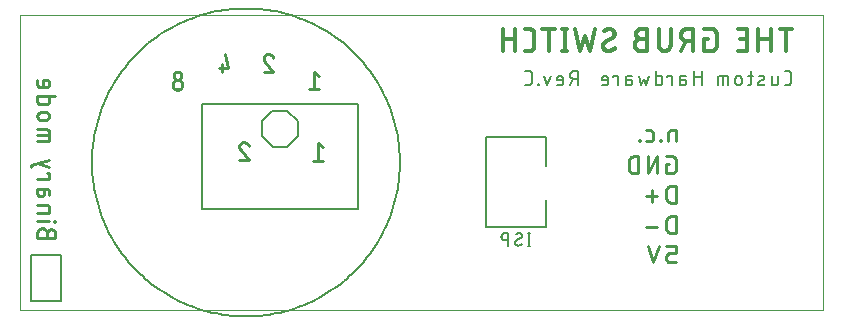
<source format=gbo>
G04 EAGLE Gerber RS-274X export*
G75*
%MOMM*%
%FSLAX34Y34*%
%LPD*%
%INBottom silk*%
%IPPOS*%
%AMOC8*
5,1,8,0,0,1.08239X$1,22.5*%
G01*
%ADD10C,0.330200*%
%ADD11C,0.000000*%
%ADD12C,0.279400*%
%ADD13C,0.254000*%
%ADD14C,0.203200*%
%ADD15C,0.152400*%


D10*
X648254Y219050D02*
X648254Y237592D01*
X643104Y237592D02*
X653405Y237592D01*
X635485Y237592D02*
X635485Y219050D01*
X635485Y229351D02*
X625184Y229351D01*
X625184Y237592D02*
X625184Y219050D01*
X615662Y219050D02*
X607421Y219050D01*
X615662Y219050D02*
X615662Y237592D01*
X607421Y237592D01*
X609481Y229351D02*
X615662Y229351D01*
X582546Y229351D02*
X579456Y229351D01*
X579456Y219050D01*
X585636Y219050D01*
X585763Y219052D01*
X585890Y219058D01*
X586016Y219068D01*
X586142Y219081D01*
X586268Y219099D01*
X586393Y219120D01*
X586517Y219145D01*
X586641Y219174D01*
X586763Y219207D01*
X586885Y219244D01*
X587005Y219284D01*
X587124Y219328D01*
X587242Y219376D01*
X587358Y219427D01*
X587472Y219482D01*
X587585Y219540D01*
X587696Y219602D01*
X587805Y219667D01*
X587912Y219736D01*
X588016Y219807D01*
X588119Y219882D01*
X588219Y219960D01*
X588317Y220041D01*
X588412Y220125D01*
X588504Y220212D01*
X588594Y220302D01*
X588681Y220394D01*
X588765Y220489D01*
X588846Y220587D01*
X588924Y220687D01*
X588999Y220790D01*
X589070Y220894D01*
X589139Y221001D01*
X589204Y221110D01*
X589266Y221221D01*
X589324Y221334D01*
X589379Y221448D01*
X589430Y221564D01*
X589478Y221682D01*
X589522Y221801D01*
X589562Y221921D01*
X589599Y222043D01*
X589632Y222165D01*
X589661Y222289D01*
X589686Y222413D01*
X589707Y222538D01*
X589725Y222664D01*
X589738Y222790D01*
X589748Y222916D01*
X589754Y223043D01*
X589756Y223170D01*
X589757Y223170D02*
X589757Y233472D01*
X589756Y233472D02*
X589754Y233599D01*
X589748Y233726D01*
X589738Y233852D01*
X589725Y233978D01*
X589707Y234104D01*
X589686Y234229D01*
X589661Y234353D01*
X589632Y234477D01*
X589599Y234599D01*
X589562Y234721D01*
X589522Y234841D01*
X589478Y234960D01*
X589430Y235078D01*
X589379Y235194D01*
X589324Y235308D01*
X589266Y235421D01*
X589204Y235532D01*
X589139Y235641D01*
X589070Y235748D01*
X588999Y235852D01*
X588924Y235955D01*
X588846Y236055D01*
X588765Y236153D01*
X588681Y236248D01*
X588594Y236340D01*
X588504Y236430D01*
X588412Y236517D01*
X588317Y236601D01*
X588219Y236682D01*
X588119Y236760D01*
X588016Y236835D01*
X587912Y236906D01*
X587805Y236975D01*
X587696Y237040D01*
X587585Y237102D01*
X587472Y237160D01*
X587358Y237215D01*
X587242Y237266D01*
X587124Y237314D01*
X587005Y237358D01*
X586885Y237398D01*
X586763Y237435D01*
X586641Y237468D01*
X586517Y237497D01*
X586393Y237522D01*
X586268Y237543D01*
X586142Y237561D01*
X586016Y237574D01*
X585890Y237584D01*
X585763Y237590D01*
X585636Y237592D01*
X579456Y237592D01*
X569845Y237592D02*
X569845Y219050D01*
X569845Y237592D02*
X564694Y237592D01*
X564552Y237590D01*
X564410Y237584D01*
X564269Y237574D01*
X564127Y237561D01*
X563986Y237543D01*
X563846Y237522D01*
X563706Y237496D01*
X563568Y237467D01*
X563430Y237434D01*
X563292Y237398D01*
X563156Y237357D01*
X563021Y237313D01*
X562888Y237265D01*
X562756Y237213D01*
X562625Y237158D01*
X562496Y237099D01*
X562368Y237037D01*
X562242Y236971D01*
X562119Y236902D01*
X561997Y236829D01*
X561877Y236753D01*
X561759Y236674D01*
X561643Y236591D01*
X561530Y236506D01*
X561419Y236417D01*
X561311Y236325D01*
X561205Y236231D01*
X561102Y236133D01*
X561002Y236033D01*
X560904Y235930D01*
X560810Y235824D01*
X560718Y235716D01*
X560629Y235605D01*
X560544Y235492D01*
X560461Y235376D01*
X560382Y235258D01*
X560306Y235138D01*
X560233Y235017D01*
X560164Y234893D01*
X560098Y234767D01*
X560036Y234639D01*
X559977Y234510D01*
X559922Y234379D01*
X559870Y234247D01*
X559822Y234114D01*
X559778Y233979D01*
X559737Y233843D01*
X559701Y233705D01*
X559668Y233567D01*
X559639Y233429D01*
X559613Y233289D01*
X559592Y233149D01*
X559574Y233008D01*
X559561Y232866D01*
X559551Y232725D01*
X559545Y232583D01*
X559543Y232441D01*
X559545Y232299D01*
X559551Y232157D01*
X559561Y232016D01*
X559574Y231874D01*
X559592Y231733D01*
X559613Y231593D01*
X559639Y231453D01*
X559668Y231315D01*
X559701Y231177D01*
X559737Y231039D01*
X559778Y230903D01*
X559822Y230768D01*
X559870Y230635D01*
X559922Y230503D01*
X559977Y230372D01*
X560036Y230243D01*
X560098Y230115D01*
X560164Y229989D01*
X560233Y229866D01*
X560306Y229744D01*
X560382Y229624D01*
X560461Y229506D01*
X560544Y229390D01*
X560629Y229277D01*
X560718Y229166D01*
X560810Y229058D01*
X560904Y228952D01*
X561002Y228849D01*
X561102Y228749D01*
X561205Y228651D01*
X561311Y228557D01*
X561419Y228465D01*
X561530Y228376D01*
X561643Y228291D01*
X561759Y228208D01*
X561877Y228129D01*
X561997Y228053D01*
X562118Y227980D01*
X562242Y227911D01*
X562368Y227845D01*
X562496Y227783D01*
X562625Y227724D01*
X562756Y227669D01*
X562888Y227617D01*
X563021Y227569D01*
X563156Y227525D01*
X563292Y227484D01*
X563430Y227448D01*
X563568Y227415D01*
X563706Y227386D01*
X563846Y227360D01*
X563986Y227339D01*
X564127Y227321D01*
X564269Y227308D01*
X564410Y227298D01*
X564552Y227292D01*
X564694Y227290D01*
X564694Y227291D02*
X569845Y227291D01*
X563664Y227291D02*
X559544Y219050D01*
X550826Y224201D02*
X550826Y237592D01*
X550827Y224201D02*
X550825Y224059D01*
X550819Y223917D01*
X550809Y223776D01*
X550796Y223634D01*
X550778Y223493D01*
X550757Y223353D01*
X550731Y223213D01*
X550702Y223075D01*
X550669Y222937D01*
X550633Y222799D01*
X550592Y222663D01*
X550548Y222528D01*
X550500Y222395D01*
X550448Y222263D01*
X550393Y222132D01*
X550334Y222003D01*
X550272Y221875D01*
X550206Y221749D01*
X550137Y221625D01*
X550064Y221504D01*
X549988Y221384D01*
X549909Y221266D01*
X549826Y221150D01*
X549741Y221037D01*
X549652Y220926D01*
X549560Y220818D01*
X549466Y220712D01*
X549368Y220609D01*
X549268Y220509D01*
X549165Y220411D01*
X549059Y220317D01*
X548951Y220225D01*
X548840Y220136D01*
X548727Y220051D01*
X548611Y219968D01*
X548493Y219889D01*
X548373Y219813D01*
X548251Y219740D01*
X548128Y219671D01*
X548002Y219605D01*
X547874Y219543D01*
X547745Y219484D01*
X547614Y219429D01*
X547482Y219377D01*
X547349Y219329D01*
X547214Y219285D01*
X547078Y219244D01*
X546940Y219208D01*
X546802Y219175D01*
X546664Y219146D01*
X546524Y219120D01*
X546384Y219099D01*
X546243Y219081D01*
X546101Y219068D01*
X545960Y219058D01*
X545818Y219052D01*
X545676Y219050D01*
X545534Y219052D01*
X545392Y219058D01*
X545251Y219068D01*
X545109Y219081D01*
X544968Y219099D01*
X544828Y219120D01*
X544688Y219146D01*
X544550Y219175D01*
X544412Y219208D01*
X544274Y219244D01*
X544138Y219285D01*
X544003Y219329D01*
X543870Y219377D01*
X543738Y219429D01*
X543607Y219484D01*
X543478Y219543D01*
X543350Y219605D01*
X543224Y219671D01*
X543101Y219740D01*
X542979Y219813D01*
X542859Y219889D01*
X542741Y219968D01*
X542625Y220051D01*
X542512Y220136D01*
X542401Y220225D01*
X542293Y220317D01*
X542187Y220411D01*
X542084Y220509D01*
X541984Y220609D01*
X541886Y220712D01*
X541792Y220818D01*
X541700Y220926D01*
X541611Y221037D01*
X541526Y221150D01*
X541443Y221266D01*
X541364Y221384D01*
X541288Y221504D01*
X541215Y221626D01*
X541146Y221749D01*
X541080Y221875D01*
X541018Y222003D01*
X540959Y222132D01*
X540904Y222263D01*
X540852Y222395D01*
X540804Y222528D01*
X540760Y222663D01*
X540719Y222799D01*
X540683Y222937D01*
X540650Y223075D01*
X540621Y223213D01*
X540595Y223353D01*
X540574Y223493D01*
X540556Y223634D01*
X540543Y223776D01*
X540533Y223917D01*
X540527Y224059D01*
X540525Y224201D01*
X540525Y237592D01*
X530734Y229351D02*
X525583Y229351D01*
X525583Y229352D02*
X525441Y229350D01*
X525299Y229344D01*
X525158Y229334D01*
X525016Y229321D01*
X524875Y229303D01*
X524735Y229282D01*
X524595Y229256D01*
X524457Y229227D01*
X524319Y229194D01*
X524181Y229158D01*
X524045Y229117D01*
X523910Y229073D01*
X523777Y229025D01*
X523645Y228973D01*
X523514Y228918D01*
X523385Y228859D01*
X523257Y228797D01*
X523131Y228731D01*
X523008Y228662D01*
X522886Y228589D01*
X522766Y228513D01*
X522648Y228434D01*
X522532Y228351D01*
X522419Y228266D01*
X522308Y228177D01*
X522200Y228085D01*
X522094Y227991D01*
X521991Y227893D01*
X521891Y227793D01*
X521793Y227690D01*
X521699Y227584D01*
X521607Y227476D01*
X521518Y227365D01*
X521433Y227252D01*
X521350Y227136D01*
X521271Y227018D01*
X521195Y226898D01*
X521122Y226777D01*
X521053Y226653D01*
X520987Y226527D01*
X520925Y226399D01*
X520866Y226270D01*
X520811Y226139D01*
X520759Y226007D01*
X520711Y225874D01*
X520667Y225739D01*
X520626Y225603D01*
X520590Y225465D01*
X520557Y225327D01*
X520528Y225189D01*
X520502Y225049D01*
X520481Y224909D01*
X520463Y224768D01*
X520450Y224626D01*
X520440Y224485D01*
X520434Y224343D01*
X520432Y224201D01*
X520434Y224059D01*
X520440Y223917D01*
X520450Y223776D01*
X520463Y223634D01*
X520481Y223493D01*
X520502Y223353D01*
X520528Y223213D01*
X520557Y223075D01*
X520590Y222937D01*
X520626Y222799D01*
X520667Y222663D01*
X520711Y222528D01*
X520759Y222395D01*
X520811Y222263D01*
X520866Y222132D01*
X520925Y222003D01*
X520987Y221875D01*
X521053Y221749D01*
X521122Y221626D01*
X521195Y221504D01*
X521271Y221384D01*
X521350Y221266D01*
X521433Y221150D01*
X521518Y221037D01*
X521607Y220926D01*
X521699Y220818D01*
X521793Y220712D01*
X521891Y220609D01*
X521991Y220509D01*
X522094Y220411D01*
X522200Y220317D01*
X522308Y220225D01*
X522419Y220136D01*
X522532Y220051D01*
X522648Y219968D01*
X522766Y219889D01*
X522886Y219813D01*
X523007Y219740D01*
X523131Y219671D01*
X523257Y219605D01*
X523385Y219543D01*
X523514Y219484D01*
X523645Y219429D01*
X523777Y219377D01*
X523910Y219329D01*
X524045Y219285D01*
X524181Y219244D01*
X524319Y219208D01*
X524457Y219175D01*
X524595Y219146D01*
X524735Y219120D01*
X524875Y219099D01*
X525016Y219081D01*
X525158Y219068D01*
X525299Y219058D01*
X525441Y219052D01*
X525583Y219050D01*
X530734Y219050D01*
X530734Y237592D01*
X525583Y237592D01*
X525456Y237590D01*
X525329Y237584D01*
X525203Y237574D01*
X525077Y237561D01*
X524951Y237543D01*
X524826Y237522D01*
X524702Y237497D01*
X524578Y237468D01*
X524456Y237435D01*
X524334Y237398D01*
X524214Y237358D01*
X524095Y237314D01*
X523977Y237266D01*
X523861Y237215D01*
X523747Y237160D01*
X523634Y237102D01*
X523523Y237040D01*
X523414Y236975D01*
X523307Y236906D01*
X523203Y236835D01*
X523100Y236760D01*
X523000Y236682D01*
X522902Y236601D01*
X522807Y236517D01*
X522715Y236430D01*
X522625Y236340D01*
X522538Y236248D01*
X522454Y236153D01*
X522373Y236055D01*
X522295Y235955D01*
X522220Y235852D01*
X522149Y235748D01*
X522080Y235641D01*
X522015Y235532D01*
X521953Y235421D01*
X521895Y235308D01*
X521840Y235194D01*
X521789Y235078D01*
X521741Y234960D01*
X521697Y234841D01*
X521657Y234721D01*
X521620Y234599D01*
X521587Y234477D01*
X521558Y234353D01*
X521533Y234229D01*
X521512Y234104D01*
X521494Y233978D01*
X521481Y233852D01*
X521471Y233726D01*
X521465Y233599D01*
X521463Y233472D01*
X521465Y233345D01*
X521471Y233218D01*
X521481Y233092D01*
X521494Y232966D01*
X521512Y232840D01*
X521533Y232715D01*
X521558Y232591D01*
X521587Y232467D01*
X521620Y232345D01*
X521657Y232223D01*
X521697Y232103D01*
X521741Y231984D01*
X521789Y231866D01*
X521840Y231750D01*
X521895Y231636D01*
X521953Y231523D01*
X522015Y231412D01*
X522080Y231303D01*
X522149Y231196D01*
X522220Y231092D01*
X522295Y230989D01*
X522373Y230889D01*
X522454Y230791D01*
X522538Y230696D01*
X522625Y230604D01*
X522715Y230514D01*
X522807Y230427D01*
X522902Y230343D01*
X523000Y230262D01*
X523100Y230184D01*
X523203Y230109D01*
X523307Y230038D01*
X523414Y229969D01*
X523523Y229904D01*
X523634Y229842D01*
X523747Y229784D01*
X523861Y229729D01*
X523977Y229678D01*
X524095Y229630D01*
X524214Y229586D01*
X524334Y229546D01*
X524456Y229509D01*
X524578Y229476D01*
X524702Y229447D01*
X524826Y229422D01*
X524951Y229401D01*
X525077Y229383D01*
X525203Y229370D01*
X525329Y229360D01*
X525456Y229354D01*
X525583Y229352D01*
X497682Y219050D02*
X497555Y219052D01*
X497428Y219058D01*
X497302Y219068D01*
X497176Y219081D01*
X497050Y219099D01*
X496925Y219120D01*
X496801Y219145D01*
X496677Y219174D01*
X496555Y219207D01*
X496433Y219244D01*
X496313Y219284D01*
X496194Y219328D01*
X496076Y219376D01*
X495960Y219427D01*
X495846Y219482D01*
X495733Y219540D01*
X495622Y219602D01*
X495513Y219667D01*
X495406Y219736D01*
X495302Y219807D01*
X495199Y219882D01*
X495099Y219960D01*
X495001Y220041D01*
X494906Y220125D01*
X494814Y220212D01*
X494724Y220302D01*
X494637Y220394D01*
X494553Y220489D01*
X494472Y220587D01*
X494394Y220687D01*
X494319Y220790D01*
X494248Y220894D01*
X494179Y221001D01*
X494114Y221110D01*
X494052Y221221D01*
X493994Y221334D01*
X493939Y221448D01*
X493888Y221564D01*
X493840Y221682D01*
X493796Y221801D01*
X493756Y221921D01*
X493719Y222043D01*
X493686Y222165D01*
X493657Y222289D01*
X493632Y222413D01*
X493611Y222538D01*
X493593Y222664D01*
X493580Y222790D01*
X493570Y222916D01*
X493564Y223043D01*
X493562Y223170D01*
X497682Y219050D02*
X497890Y219052D01*
X498098Y219060D01*
X498306Y219072D01*
X498514Y219090D01*
X498721Y219112D01*
X498927Y219140D01*
X499133Y219172D01*
X499338Y219209D01*
X499542Y219251D01*
X499745Y219298D01*
X499946Y219350D01*
X500147Y219406D01*
X500346Y219468D01*
X500543Y219534D01*
X500739Y219605D01*
X500933Y219680D01*
X501126Y219760D01*
X501316Y219845D01*
X501504Y219934D01*
X501690Y220028D01*
X501874Y220126D01*
X502055Y220228D01*
X502234Y220335D01*
X502410Y220446D01*
X502583Y220561D01*
X502754Y220681D01*
X502922Y220804D01*
X503087Y220931D01*
X503248Y221063D01*
X503407Y221198D01*
X503562Y221337D01*
X503714Y221479D01*
X503862Y221625D01*
X503347Y233472D02*
X503345Y233599D01*
X503339Y233726D01*
X503329Y233852D01*
X503316Y233978D01*
X503298Y234104D01*
X503277Y234229D01*
X503252Y234353D01*
X503223Y234477D01*
X503190Y234599D01*
X503153Y234721D01*
X503113Y234841D01*
X503069Y234960D01*
X503021Y235078D01*
X502970Y235194D01*
X502915Y235308D01*
X502857Y235421D01*
X502795Y235532D01*
X502730Y235641D01*
X502661Y235748D01*
X502590Y235852D01*
X502515Y235955D01*
X502437Y236055D01*
X502356Y236153D01*
X502272Y236248D01*
X502185Y236340D01*
X502095Y236430D01*
X502003Y236517D01*
X501908Y236601D01*
X501810Y236682D01*
X501710Y236760D01*
X501607Y236835D01*
X501503Y236906D01*
X501396Y236975D01*
X501287Y237040D01*
X501176Y237102D01*
X501063Y237160D01*
X500949Y237215D01*
X500833Y237266D01*
X500715Y237314D01*
X500596Y237358D01*
X500476Y237398D01*
X500354Y237435D01*
X500232Y237468D01*
X500108Y237497D01*
X499984Y237522D01*
X499859Y237543D01*
X499733Y237561D01*
X499607Y237574D01*
X499481Y237584D01*
X499354Y237590D01*
X499227Y237592D01*
X499043Y237590D01*
X498859Y237583D01*
X498675Y237572D01*
X498492Y237557D01*
X498308Y237537D01*
X498126Y237513D01*
X497944Y237485D01*
X497763Y237452D01*
X497582Y237415D01*
X497403Y237374D01*
X497225Y237328D01*
X497047Y237278D01*
X496871Y237224D01*
X496697Y237166D01*
X496523Y237104D01*
X496352Y237037D01*
X496182Y236966D01*
X496013Y236892D01*
X495847Y236813D01*
X495682Y236731D01*
X495520Y236644D01*
X495359Y236554D01*
X495201Y236460D01*
X495045Y236362D01*
X494891Y236261D01*
X494740Y236155D01*
X494591Y236047D01*
X501288Y229866D02*
X501397Y229933D01*
X501504Y230003D01*
X501609Y230076D01*
X501711Y230152D01*
X501811Y230232D01*
X501909Y230314D01*
X502004Y230399D01*
X502097Y230487D01*
X502186Y230578D01*
X502273Y230672D01*
X502357Y230768D01*
X502439Y230867D01*
X502517Y230968D01*
X502591Y231072D01*
X502663Y231178D01*
X502732Y231286D01*
X502797Y231396D01*
X502858Y231508D01*
X502917Y231621D01*
X502971Y231737D01*
X503023Y231854D01*
X503070Y231972D01*
X503114Y232092D01*
X503154Y232214D01*
X503191Y232336D01*
X503224Y232460D01*
X503253Y232584D01*
X503278Y232709D01*
X503299Y232835D01*
X503317Y232962D01*
X503330Y233089D01*
X503340Y233217D01*
X503346Y233344D01*
X503348Y233472D01*
X495621Y226776D02*
X495512Y226709D01*
X495405Y226639D01*
X495300Y226566D01*
X495198Y226490D01*
X495098Y226410D01*
X495000Y226328D01*
X494905Y226243D01*
X494812Y226155D01*
X494723Y226064D01*
X494636Y225970D01*
X494552Y225874D01*
X494470Y225775D01*
X494392Y225674D01*
X494318Y225570D01*
X494246Y225464D01*
X494178Y225356D01*
X494112Y225246D01*
X494051Y225134D01*
X493992Y225021D01*
X493938Y224905D01*
X493886Y224788D01*
X493839Y224670D01*
X493795Y224550D01*
X493755Y224428D01*
X493718Y224306D01*
X493685Y224182D01*
X493656Y224058D01*
X493631Y223933D01*
X493610Y223807D01*
X493592Y223680D01*
X493579Y223553D01*
X493569Y223425D01*
X493563Y223298D01*
X493561Y223170D01*
X495622Y226776D02*
X501287Y229866D01*
X486561Y237592D02*
X482440Y219050D01*
X478320Y231411D01*
X474199Y219050D01*
X470079Y237592D01*
X461017Y237592D02*
X461017Y219050D01*
X458957Y219050D02*
X463078Y219050D01*
X463078Y237592D02*
X458957Y237592D01*
X447423Y237592D02*
X447423Y219050D01*
X452573Y237592D02*
X442272Y237592D01*
X431205Y219050D02*
X427085Y219050D01*
X431205Y219050D02*
X431332Y219052D01*
X431459Y219058D01*
X431585Y219068D01*
X431711Y219081D01*
X431837Y219099D01*
X431962Y219120D01*
X432086Y219145D01*
X432210Y219174D01*
X432332Y219207D01*
X432454Y219244D01*
X432574Y219284D01*
X432693Y219328D01*
X432811Y219376D01*
X432927Y219427D01*
X433041Y219482D01*
X433154Y219540D01*
X433265Y219602D01*
X433374Y219667D01*
X433481Y219736D01*
X433585Y219807D01*
X433688Y219882D01*
X433788Y219960D01*
X433886Y220041D01*
X433981Y220125D01*
X434073Y220212D01*
X434163Y220302D01*
X434250Y220394D01*
X434334Y220489D01*
X434415Y220587D01*
X434493Y220687D01*
X434568Y220790D01*
X434639Y220894D01*
X434708Y221001D01*
X434773Y221110D01*
X434835Y221221D01*
X434893Y221334D01*
X434948Y221448D01*
X434999Y221564D01*
X435047Y221682D01*
X435091Y221801D01*
X435131Y221921D01*
X435168Y222043D01*
X435201Y222165D01*
X435230Y222289D01*
X435255Y222413D01*
X435276Y222538D01*
X435294Y222664D01*
X435307Y222790D01*
X435317Y222916D01*
X435323Y223043D01*
X435325Y223170D01*
X435326Y223170D02*
X435326Y233472D01*
X435325Y233472D02*
X435323Y233599D01*
X435317Y233726D01*
X435307Y233852D01*
X435294Y233978D01*
X435276Y234104D01*
X435255Y234229D01*
X435230Y234353D01*
X435201Y234477D01*
X435168Y234599D01*
X435131Y234721D01*
X435091Y234841D01*
X435047Y234960D01*
X434999Y235078D01*
X434948Y235194D01*
X434893Y235308D01*
X434835Y235421D01*
X434773Y235532D01*
X434708Y235641D01*
X434639Y235748D01*
X434568Y235852D01*
X434493Y235955D01*
X434415Y236055D01*
X434334Y236153D01*
X434250Y236248D01*
X434163Y236340D01*
X434073Y236430D01*
X433981Y236517D01*
X433886Y236601D01*
X433788Y236682D01*
X433688Y236760D01*
X433585Y236835D01*
X433481Y236906D01*
X433374Y236975D01*
X433265Y237040D01*
X433154Y237102D01*
X433041Y237160D01*
X432927Y237215D01*
X432811Y237266D01*
X432693Y237314D01*
X432574Y237358D01*
X432454Y237398D01*
X432332Y237435D01*
X432210Y237468D01*
X432086Y237497D01*
X431962Y237522D01*
X431837Y237543D01*
X431711Y237561D01*
X431585Y237574D01*
X431459Y237584D01*
X431332Y237590D01*
X431205Y237592D01*
X427085Y237592D01*
X419204Y237592D02*
X419204Y219050D01*
X419204Y229351D02*
X408903Y229351D01*
X408903Y237592D02*
X408903Y219050D01*
D11*
X680000Y0D02*
X0Y0D01*
X680000Y0D02*
X680000Y250000D01*
X0Y250000D01*
X0Y0D01*
D12*
X248821Y201549D02*
X252984Y198219D01*
X248821Y201549D02*
X248821Y186563D01*
X252984Y186563D02*
X244658Y186563D01*
X209924Y216409D02*
X209804Y216407D01*
X209684Y216401D01*
X209564Y216392D01*
X209445Y216378D01*
X209326Y216361D01*
X209208Y216340D01*
X209090Y216315D01*
X208974Y216286D01*
X208858Y216254D01*
X208743Y216218D01*
X208630Y216178D01*
X208518Y216135D01*
X208407Y216088D01*
X208298Y216038D01*
X208191Y215984D01*
X208085Y215927D01*
X207982Y215866D01*
X207880Y215802D01*
X207780Y215735D01*
X207683Y215665D01*
X207588Y215592D01*
X207495Y215515D01*
X207405Y215436D01*
X207317Y215354D01*
X207232Y215269D01*
X207150Y215181D01*
X207071Y215091D01*
X206994Y214998D01*
X206921Y214903D01*
X206851Y214806D01*
X206784Y214706D01*
X206720Y214604D01*
X206659Y214501D01*
X206602Y214395D01*
X206548Y214288D01*
X206498Y214179D01*
X206451Y214068D01*
X206408Y213956D01*
X206368Y213843D01*
X206332Y213728D01*
X206300Y213612D01*
X206271Y213496D01*
X206246Y213378D01*
X206225Y213260D01*
X206208Y213141D01*
X206194Y213022D01*
X206185Y212902D01*
X206179Y212782D01*
X206177Y212662D01*
X209924Y216408D02*
X210062Y216406D01*
X210199Y216400D01*
X210336Y216390D01*
X210473Y216377D01*
X210609Y216359D01*
X210745Y216337D01*
X210881Y216312D01*
X211015Y216283D01*
X211148Y216250D01*
X211281Y216213D01*
X211412Y216172D01*
X211543Y216128D01*
X211671Y216080D01*
X211799Y216028D01*
X211925Y215972D01*
X212049Y215913D01*
X212172Y215851D01*
X212292Y215785D01*
X212411Y215716D01*
X212528Y215643D01*
X212643Y215567D01*
X212755Y215487D01*
X212865Y215405D01*
X212973Y215319D01*
X213078Y215231D01*
X213180Y215139D01*
X213280Y215045D01*
X213378Y214947D01*
X213472Y214847D01*
X213564Y214744D01*
X213652Y214639D01*
X213737Y214531D01*
X213820Y214421D01*
X213899Y214309D01*
X213975Y214194D01*
X214048Y214077D01*
X214117Y213958D01*
X214183Y213838D01*
X214245Y213715D01*
X214304Y213591D01*
X214359Y213465D01*
X214411Y213337D01*
X214459Y213208D01*
X214503Y213078D01*
X207427Y209748D02*
X207337Y209836D01*
X207251Y209927D01*
X207167Y210020D01*
X207086Y210116D01*
X207008Y210214D01*
X206934Y210314D01*
X206862Y210417D01*
X206794Y210522D01*
X206729Y210630D01*
X206667Y210739D01*
X206609Y210850D01*
X206554Y210963D01*
X206503Y211077D01*
X206456Y211193D01*
X206412Y211310D01*
X206372Y211429D01*
X206335Y211549D01*
X206302Y211670D01*
X206273Y211792D01*
X206248Y211914D01*
X206227Y212038D01*
X206209Y212162D01*
X206196Y212287D01*
X206186Y212412D01*
X206180Y212537D01*
X206178Y212662D01*
X207426Y209748D02*
X214503Y201422D01*
X206177Y201422D01*
X176403Y204752D02*
X173073Y216408D01*
X176403Y204752D02*
X168077Y204752D01*
X170575Y208082D02*
X170575Y201422D01*
X137414Y190599D02*
X137412Y190727D01*
X137406Y190855D01*
X137396Y190983D01*
X137382Y191111D01*
X137365Y191238D01*
X137343Y191364D01*
X137318Y191490D01*
X137288Y191614D01*
X137255Y191738D01*
X137218Y191861D01*
X137177Y191983D01*
X137133Y192103D01*
X137085Y192222D01*
X137033Y192339D01*
X136978Y192455D01*
X136919Y192568D01*
X136856Y192681D01*
X136790Y192791D01*
X136721Y192898D01*
X136649Y193004D01*
X136573Y193108D01*
X136494Y193209D01*
X136412Y193308D01*
X136327Y193404D01*
X136240Y193497D01*
X136149Y193588D01*
X136056Y193675D01*
X135960Y193760D01*
X135861Y193842D01*
X135760Y193921D01*
X135656Y193997D01*
X135550Y194069D01*
X135443Y194138D01*
X135333Y194204D01*
X135220Y194267D01*
X135107Y194326D01*
X134991Y194381D01*
X134874Y194433D01*
X134755Y194481D01*
X134635Y194525D01*
X134513Y194566D01*
X134390Y194603D01*
X134266Y194636D01*
X134142Y194666D01*
X134016Y194691D01*
X133890Y194713D01*
X133763Y194730D01*
X133635Y194744D01*
X133507Y194754D01*
X133379Y194760D01*
X133251Y194762D01*
X133123Y194760D01*
X132995Y194754D01*
X132867Y194744D01*
X132739Y194730D01*
X132612Y194713D01*
X132486Y194691D01*
X132360Y194666D01*
X132236Y194636D01*
X132112Y194603D01*
X131989Y194566D01*
X131867Y194525D01*
X131747Y194481D01*
X131628Y194433D01*
X131511Y194381D01*
X131395Y194326D01*
X131282Y194267D01*
X131170Y194204D01*
X131059Y194138D01*
X130952Y194069D01*
X130846Y193997D01*
X130742Y193921D01*
X130641Y193842D01*
X130542Y193760D01*
X130446Y193675D01*
X130353Y193588D01*
X130262Y193497D01*
X130175Y193404D01*
X130090Y193308D01*
X130008Y193209D01*
X129929Y193108D01*
X129853Y193004D01*
X129781Y192898D01*
X129712Y192791D01*
X129646Y192681D01*
X129583Y192568D01*
X129524Y192455D01*
X129469Y192339D01*
X129417Y192222D01*
X129369Y192103D01*
X129325Y191983D01*
X129284Y191861D01*
X129247Y191738D01*
X129214Y191614D01*
X129184Y191490D01*
X129159Y191364D01*
X129137Y191238D01*
X129120Y191111D01*
X129106Y190983D01*
X129096Y190855D01*
X129090Y190727D01*
X129088Y190599D01*
X129090Y190471D01*
X129096Y190343D01*
X129106Y190215D01*
X129120Y190087D01*
X129137Y189960D01*
X129159Y189834D01*
X129184Y189708D01*
X129214Y189584D01*
X129247Y189460D01*
X129284Y189337D01*
X129325Y189215D01*
X129369Y189095D01*
X129417Y188976D01*
X129469Y188859D01*
X129524Y188743D01*
X129583Y188630D01*
X129646Y188518D01*
X129712Y188407D01*
X129781Y188300D01*
X129853Y188194D01*
X129929Y188090D01*
X130008Y187989D01*
X130090Y187890D01*
X130175Y187794D01*
X130262Y187701D01*
X130353Y187610D01*
X130446Y187523D01*
X130542Y187438D01*
X130641Y187356D01*
X130742Y187277D01*
X130846Y187201D01*
X130952Y187129D01*
X131059Y187060D01*
X131170Y186994D01*
X131282Y186931D01*
X131395Y186872D01*
X131511Y186817D01*
X131628Y186765D01*
X131747Y186717D01*
X131867Y186673D01*
X131989Y186632D01*
X132112Y186595D01*
X132236Y186562D01*
X132360Y186532D01*
X132486Y186507D01*
X132612Y186485D01*
X132739Y186468D01*
X132867Y186454D01*
X132995Y186444D01*
X133123Y186438D01*
X133251Y186436D01*
X133379Y186438D01*
X133507Y186444D01*
X133635Y186454D01*
X133763Y186468D01*
X133890Y186485D01*
X134016Y186507D01*
X134142Y186532D01*
X134266Y186562D01*
X134390Y186595D01*
X134513Y186632D01*
X134635Y186673D01*
X134755Y186717D01*
X134874Y186765D01*
X134991Y186817D01*
X135107Y186872D01*
X135220Y186931D01*
X135332Y186994D01*
X135443Y187060D01*
X135550Y187129D01*
X135656Y187201D01*
X135760Y187277D01*
X135861Y187356D01*
X135960Y187438D01*
X136056Y187523D01*
X136149Y187610D01*
X136240Y187701D01*
X136327Y187794D01*
X136412Y187890D01*
X136494Y187989D01*
X136573Y188090D01*
X136649Y188194D01*
X136721Y188300D01*
X136790Y188407D01*
X136856Y188517D01*
X136919Y188630D01*
X136978Y188743D01*
X137033Y188859D01*
X137085Y188976D01*
X137133Y189095D01*
X137177Y189215D01*
X137218Y189337D01*
X137255Y189460D01*
X137288Y189584D01*
X137318Y189708D01*
X137343Y189834D01*
X137365Y189960D01*
X137382Y190087D01*
X137396Y190215D01*
X137406Y190343D01*
X137412Y190471D01*
X137414Y190599D01*
X136581Y198092D02*
X136579Y198206D01*
X136573Y198319D01*
X136564Y198433D01*
X136550Y198545D01*
X136533Y198658D01*
X136511Y198770D01*
X136486Y198880D01*
X136458Y198990D01*
X136425Y199099D01*
X136389Y199207D01*
X136349Y199314D01*
X136305Y199419D01*
X136258Y199522D01*
X136208Y199624D01*
X136154Y199724D01*
X136096Y199822D01*
X136035Y199918D01*
X135972Y200012D01*
X135904Y200104D01*
X135834Y200194D01*
X135761Y200280D01*
X135685Y200365D01*
X135606Y200447D01*
X135524Y200526D01*
X135439Y200602D01*
X135353Y200675D01*
X135263Y200745D01*
X135171Y200813D01*
X135077Y200876D01*
X134981Y200937D01*
X134883Y200995D01*
X134783Y201049D01*
X134681Y201099D01*
X134578Y201146D01*
X134473Y201190D01*
X134366Y201230D01*
X134258Y201266D01*
X134149Y201299D01*
X134039Y201327D01*
X133929Y201352D01*
X133817Y201374D01*
X133704Y201391D01*
X133592Y201405D01*
X133478Y201414D01*
X133365Y201420D01*
X133251Y201422D01*
X133137Y201420D01*
X133024Y201414D01*
X132910Y201405D01*
X132798Y201391D01*
X132685Y201374D01*
X132573Y201352D01*
X132463Y201327D01*
X132353Y201299D01*
X132244Y201266D01*
X132136Y201230D01*
X132029Y201190D01*
X131924Y201146D01*
X131821Y201099D01*
X131719Y201049D01*
X131619Y200995D01*
X131521Y200937D01*
X131425Y200876D01*
X131331Y200813D01*
X131239Y200745D01*
X131149Y200675D01*
X131063Y200602D01*
X130978Y200526D01*
X130896Y200447D01*
X130817Y200365D01*
X130741Y200280D01*
X130668Y200194D01*
X130598Y200104D01*
X130530Y200012D01*
X130467Y199918D01*
X130406Y199822D01*
X130348Y199724D01*
X130294Y199624D01*
X130244Y199522D01*
X130197Y199419D01*
X130153Y199314D01*
X130113Y199207D01*
X130077Y199099D01*
X130044Y198990D01*
X130016Y198880D01*
X129991Y198770D01*
X129969Y198658D01*
X129952Y198545D01*
X129938Y198433D01*
X129929Y198319D01*
X129923Y198206D01*
X129921Y198092D01*
X129923Y197978D01*
X129929Y197865D01*
X129938Y197751D01*
X129952Y197639D01*
X129969Y197526D01*
X129991Y197414D01*
X130016Y197304D01*
X130044Y197194D01*
X130077Y197085D01*
X130113Y196977D01*
X130153Y196870D01*
X130197Y196765D01*
X130244Y196662D01*
X130294Y196560D01*
X130348Y196460D01*
X130406Y196362D01*
X130467Y196266D01*
X130530Y196172D01*
X130598Y196080D01*
X130668Y195990D01*
X130741Y195904D01*
X130817Y195819D01*
X130896Y195737D01*
X130978Y195658D01*
X131063Y195582D01*
X131149Y195509D01*
X131239Y195439D01*
X131331Y195371D01*
X131425Y195308D01*
X131521Y195247D01*
X131619Y195189D01*
X131719Y195135D01*
X131821Y195085D01*
X131924Y195038D01*
X132029Y194994D01*
X132136Y194954D01*
X132244Y194918D01*
X132353Y194885D01*
X132463Y194857D01*
X132573Y194832D01*
X132685Y194810D01*
X132798Y194793D01*
X132910Y194779D01*
X133024Y194770D01*
X133137Y194764D01*
X133251Y194762D01*
X133365Y194764D01*
X133478Y194770D01*
X133592Y194779D01*
X133704Y194793D01*
X133817Y194810D01*
X133929Y194832D01*
X134039Y194857D01*
X134149Y194885D01*
X134258Y194918D01*
X134366Y194954D01*
X134473Y194994D01*
X134578Y195038D01*
X134681Y195085D01*
X134783Y195135D01*
X134883Y195189D01*
X134981Y195247D01*
X135077Y195308D01*
X135171Y195371D01*
X135263Y195439D01*
X135353Y195509D01*
X135439Y195582D01*
X135524Y195658D01*
X135606Y195737D01*
X135685Y195819D01*
X135761Y195904D01*
X135834Y195990D01*
X135904Y196080D01*
X135972Y196172D01*
X136035Y196266D01*
X136096Y196362D01*
X136154Y196460D01*
X136208Y196560D01*
X136258Y196662D01*
X136305Y196765D01*
X136349Y196870D01*
X136389Y196977D01*
X136425Y197085D01*
X136458Y197194D01*
X136486Y197304D01*
X136511Y197414D01*
X136533Y197526D01*
X136550Y197639D01*
X136564Y197751D01*
X136573Y197865D01*
X136579Y197978D01*
X136581Y198092D01*
X22923Y64790D02*
X22923Y60628D01*
X22923Y64790D02*
X22921Y64918D01*
X22915Y65046D01*
X22905Y65174D01*
X22891Y65302D01*
X22874Y65429D01*
X22852Y65555D01*
X22827Y65681D01*
X22797Y65805D01*
X22764Y65929D01*
X22727Y66052D01*
X22686Y66174D01*
X22642Y66294D01*
X22594Y66413D01*
X22542Y66530D01*
X22487Y66646D01*
X22428Y66759D01*
X22365Y66872D01*
X22299Y66982D01*
X22230Y67089D01*
X22158Y67195D01*
X22082Y67299D01*
X22003Y67400D01*
X21921Y67499D01*
X21836Y67595D01*
X21749Y67688D01*
X21658Y67779D01*
X21565Y67866D01*
X21469Y67951D01*
X21370Y68033D01*
X21269Y68112D01*
X21165Y68188D01*
X21059Y68260D01*
X20952Y68329D01*
X20842Y68395D01*
X20729Y68458D01*
X20616Y68517D01*
X20500Y68572D01*
X20383Y68624D01*
X20264Y68672D01*
X20144Y68716D01*
X20022Y68757D01*
X19899Y68794D01*
X19775Y68827D01*
X19651Y68857D01*
X19525Y68882D01*
X19399Y68904D01*
X19272Y68921D01*
X19144Y68935D01*
X19016Y68945D01*
X18888Y68951D01*
X18760Y68953D01*
X18632Y68951D01*
X18504Y68945D01*
X18376Y68935D01*
X18248Y68921D01*
X18121Y68904D01*
X17995Y68882D01*
X17869Y68857D01*
X17745Y68827D01*
X17621Y68794D01*
X17498Y68757D01*
X17376Y68716D01*
X17256Y68672D01*
X17137Y68624D01*
X17020Y68572D01*
X16904Y68517D01*
X16791Y68458D01*
X16679Y68395D01*
X16568Y68329D01*
X16461Y68260D01*
X16355Y68188D01*
X16251Y68112D01*
X16150Y68033D01*
X16051Y67951D01*
X15955Y67866D01*
X15862Y67779D01*
X15771Y67688D01*
X15684Y67595D01*
X15599Y67499D01*
X15517Y67400D01*
X15438Y67299D01*
X15362Y67195D01*
X15290Y67089D01*
X15221Y66982D01*
X15155Y66872D01*
X15092Y66759D01*
X15033Y66646D01*
X14978Y66530D01*
X14926Y66413D01*
X14878Y66294D01*
X14834Y66174D01*
X14793Y66052D01*
X14756Y65929D01*
X14723Y65805D01*
X14693Y65681D01*
X14668Y65555D01*
X14646Y65429D01*
X14629Y65302D01*
X14615Y65174D01*
X14605Y65046D01*
X14599Y64918D01*
X14597Y64790D01*
X14598Y64790D02*
X14598Y60628D01*
X29584Y60628D01*
X29584Y64790D01*
X29583Y64790D02*
X29581Y64904D01*
X29575Y65017D01*
X29566Y65131D01*
X29552Y65243D01*
X29535Y65356D01*
X29513Y65468D01*
X29488Y65578D01*
X29460Y65688D01*
X29427Y65797D01*
X29391Y65905D01*
X29351Y66012D01*
X29307Y66117D01*
X29260Y66220D01*
X29210Y66322D01*
X29156Y66422D01*
X29098Y66520D01*
X29037Y66616D01*
X28974Y66710D01*
X28906Y66802D01*
X28836Y66892D01*
X28763Y66978D01*
X28687Y67063D01*
X28608Y67145D01*
X28526Y67224D01*
X28441Y67300D01*
X28355Y67373D01*
X28265Y67443D01*
X28173Y67511D01*
X28079Y67574D01*
X27983Y67635D01*
X27885Y67693D01*
X27785Y67747D01*
X27683Y67797D01*
X27580Y67844D01*
X27475Y67888D01*
X27368Y67928D01*
X27260Y67964D01*
X27151Y67997D01*
X27041Y68025D01*
X26931Y68050D01*
X26819Y68072D01*
X26706Y68089D01*
X26594Y68103D01*
X26480Y68112D01*
X26367Y68118D01*
X26253Y68120D01*
X26139Y68118D01*
X26026Y68112D01*
X25912Y68103D01*
X25800Y68089D01*
X25687Y68072D01*
X25575Y68050D01*
X25465Y68025D01*
X25355Y67997D01*
X25246Y67964D01*
X25138Y67928D01*
X25031Y67888D01*
X24926Y67844D01*
X24823Y67797D01*
X24721Y67747D01*
X24621Y67693D01*
X24523Y67635D01*
X24427Y67574D01*
X24333Y67511D01*
X24241Y67443D01*
X24151Y67373D01*
X24065Y67300D01*
X23980Y67224D01*
X23898Y67145D01*
X23819Y67063D01*
X23743Y66978D01*
X23670Y66892D01*
X23600Y66802D01*
X23532Y66710D01*
X23469Y66616D01*
X23408Y66520D01*
X23350Y66422D01*
X23296Y66322D01*
X23246Y66220D01*
X23199Y66117D01*
X23155Y66012D01*
X23115Y65905D01*
X23079Y65797D01*
X23046Y65688D01*
X23018Y65578D01*
X22993Y65468D01*
X22971Y65356D01*
X22954Y65243D01*
X22940Y65131D01*
X22931Y65017D01*
X22925Y64904D01*
X22923Y64790D01*
X24588Y74893D02*
X14598Y74893D01*
X28751Y74477D02*
X29584Y74477D01*
X29584Y75309D01*
X28751Y75309D01*
X28751Y74477D01*
X24588Y81984D02*
X14598Y81984D01*
X24588Y81984D02*
X24588Y86146D01*
X24586Y86244D01*
X24580Y86342D01*
X24571Y86440D01*
X24557Y86537D01*
X24540Y86633D01*
X24519Y86729D01*
X24494Y86824D01*
X24466Y86918D01*
X24434Y87011D01*
X24398Y87102D01*
X24359Y87192D01*
X24316Y87280D01*
X24270Y87367D01*
X24220Y87451D01*
X24167Y87534D01*
X24111Y87614D01*
X24052Y87692D01*
X23990Y87768D01*
X23924Y87842D01*
X23856Y87912D01*
X23786Y87980D01*
X23712Y88045D01*
X23637Y88108D01*
X23558Y88167D01*
X23478Y88223D01*
X23395Y88276D01*
X23311Y88325D01*
X23224Y88372D01*
X23136Y88415D01*
X23046Y88454D01*
X22955Y88490D01*
X22862Y88522D01*
X22768Y88550D01*
X22673Y88575D01*
X22577Y88596D01*
X22481Y88613D01*
X22384Y88627D01*
X22286Y88636D01*
X22188Y88642D01*
X22090Y88644D01*
X22091Y88644D02*
X14598Y88644D01*
X20425Y98855D02*
X20425Y102602D01*
X20425Y98855D02*
X20423Y98749D01*
X20417Y98642D01*
X20408Y98536D01*
X20394Y98431D01*
X20377Y98326D01*
X20355Y98221D01*
X20330Y98118D01*
X20301Y98015D01*
X20269Y97914D01*
X20233Y97814D01*
X20193Y97715D01*
X20149Y97618D01*
X20103Y97523D01*
X20052Y97429D01*
X19998Y97337D01*
X19941Y97247D01*
X19881Y97159D01*
X19817Y97074D01*
X19751Y96991D01*
X19681Y96910D01*
X19609Y96832D01*
X19534Y96757D01*
X19456Y96685D01*
X19375Y96615D01*
X19292Y96549D01*
X19207Y96485D01*
X19119Y96425D01*
X19029Y96368D01*
X18937Y96314D01*
X18843Y96263D01*
X18748Y96217D01*
X18651Y96173D01*
X18552Y96133D01*
X18452Y96097D01*
X18351Y96065D01*
X18248Y96036D01*
X18145Y96011D01*
X18040Y95989D01*
X17935Y95972D01*
X17830Y95958D01*
X17724Y95949D01*
X17617Y95943D01*
X17511Y95941D01*
X17405Y95943D01*
X17298Y95949D01*
X17192Y95958D01*
X17087Y95972D01*
X16982Y95989D01*
X16877Y96011D01*
X16774Y96036D01*
X16671Y96065D01*
X16570Y96097D01*
X16470Y96133D01*
X16371Y96173D01*
X16274Y96217D01*
X16179Y96263D01*
X16085Y96314D01*
X15993Y96368D01*
X15903Y96425D01*
X15815Y96485D01*
X15730Y96549D01*
X15647Y96615D01*
X15566Y96685D01*
X15488Y96757D01*
X15413Y96832D01*
X15341Y96910D01*
X15271Y96991D01*
X15205Y97074D01*
X15141Y97159D01*
X15081Y97247D01*
X15024Y97337D01*
X14970Y97429D01*
X14919Y97523D01*
X14873Y97618D01*
X14829Y97715D01*
X14789Y97814D01*
X14753Y97914D01*
X14721Y98015D01*
X14692Y98118D01*
X14667Y98221D01*
X14645Y98326D01*
X14628Y98431D01*
X14614Y98536D01*
X14605Y98642D01*
X14599Y98749D01*
X14597Y98855D01*
X14598Y98855D02*
X14598Y102602D01*
X22091Y102602D01*
X22189Y102600D01*
X22287Y102594D01*
X22385Y102585D01*
X22482Y102571D01*
X22578Y102554D01*
X22674Y102533D01*
X22769Y102508D01*
X22863Y102480D01*
X22956Y102448D01*
X23047Y102412D01*
X23137Y102373D01*
X23225Y102330D01*
X23312Y102283D01*
X23396Y102234D01*
X23479Y102181D01*
X23559Y102125D01*
X23638Y102066D01*
X23713Y102003D01*
X23787Y101938D01*
X23857Y101870D01*
X23925Y101800D01*
X23991Y101726D01*
X24053Y101650D01*
X24112Y101572D01*
X24168Y101492D01*
X24221Y101409D01*
X24271Y101325D01*
X24317Y101238D01*
X24360Y101150D01*
X24399Y101060D01*
X24435Y100969D01*
X24467Y100876D01*
X24495Y100782D01*
X24520Y100687D01*
X24541Y100591D01*
X24558Y100495D01*
X24572Y100398D01*
X24581Y100300D01*
X24587Y100202D01*
X24589Y100104D01*
X24588Y100104D02*
X24588Y96774D01*
X24588Y110769D02*
X14598Y110769D01*
X24588Y110769D02*
X24588Y115764D01*
X22923Y115764D01*
X9602Y120541D02*
X9602Y122206D01*
X24588Y127201D01*
X24588Y120541D02*
X14598Y123871D01*
X14598Y142843D02*
X24588Y142843D01*
X24588Y150336D01*
X24589Y150336D02*
X24587Y150434D01*
X24581Y150532D01*
X24572Y150630D01*
X24558Y150727D01*
X24541Y150823D01*
X24520Y150919D01*
X24495Y151014D01*
X24467Y151108D01*
X24435Y151201D01*
X24399Y151292D01*
X24360Y151382D01*
X24317Y151470D01*
X24270Y151557D01*
X24221Y151641D01*
X24168Y151724D01*
X24112Y151804D01*
X24053Y151882D01*
X23990Y151958D01*
X23925Y152032D01*
X23857Y152102D01*
X23787Y152170D01*
X23713Y152235D01*
X23637Y152298D01*
X23559Y152357D01*
X23479Y152413D01*
X23396Y152466D01*
X23312Y152515D01*
X23225Y152562D01*
X23137Y152605D01*
X23047Y152644D01*
X22956Y152680D01*
X22863Y152712D01*
X22769Y152740D01*
X22674Y152765D01*
X22578Y152786D01*
X22482Y152803D01*
X22385Y152817D01*
X22287Y152826D01*
X22189Y152832D01*
X22091Y152834D01*
X14598Y152834D01*
X14598Y147839D02*
X24588Y147839D01*
X21258Y160661D02*
X17928Y160661D01*
X21258Y160661D02*
X21372Y160663D01*
X21485Y160669D01*
X21599Y160678D01*
X21711Y160692D01*
X21824Y160709D01*
X21936Y160731D01*
X22046Y160756D01*
X22156Y160784D01*
X22265Y160817D01*
X22373Y160853D01*
X22480Y160893D01*
X22585Y160937D01*
X22688Y160984D01*
X22790Y161034D01*
X22890Y161088D01*
X22988Y161146D01*
X23084Y161207D01*
X23178Y161270D01*
X23270Y161338D01*
X23360Y161408D01*
X23446Y161481D01*
X23531Y161557D01*
X23613Y161636D01*
X23692Y161718D01*
X23768Y161803D01*
X23841Y161889D01*
X23911Y161979D01*
X23979Y162071D01*
X24042Y162165D01*
X24103Y162261D01*
X24161Y162359D01*
X24215Y162459D01*
X24265Y162561D01*
X24312Y162664D01*
X24356Y162769D01*
X24396Y162876D01*
X24432Y162984D01*
X24465Y163093D01*
X24493Y163203D01*
X24518Y163313D01*
X24540Y163425D01*
X24557Y163538D01*
X24571Y163650D01*
X24580Y163764D01*
X24586Y163877D01*
X24588Y163991D01*
X24586Y164105D01*
X24580Y164218D01*
X24571Y164332D01*
X24557Y164444D01*
X24540Y164557D01*
X24518Y164669D01*
X24493Y164779D01*
X24465Y164889D01*
X24432Y164998D01*
X24396Y165106D01*
X24356Y165213D01*
X24312Y165318D01*
X24265Y165421D01*
X24215Y165523D01*
X24161Y165623D01*
X24103Y165721D01*
X24042Y165817D01*
X23979Y165911D01*
X23911Y166003D01*
X23841Y166093D01*
X23768Y166179D01*
X23692Y166264D01*
X23613Y166346D01*
X23531Y166425D01*
X23446Y166501D01*
X23360Y166574D01*
X23270Y166644D01*
X23178Y166712D01*
X23084Y166775D01*
X22988Y166836D01*
X22890Y166894D01*
X22790Y166948D01*
X22688Y166998D01*
X22585Y167045D01*
X22480Y167089D01*
X22373Y167129D01*
X22265Y167165D01*
X22156Y167198D01*
X22046Y167226D01*
X21936Y167251D01*
X21824Y167273D01*
X21711Y167290D01*
X21599Y167304D01*
X21485Y167313D01*
X21372Y167319D01*
X21258Y167321D01*
X17928Y167321D01*
X17814Y167319D01*
X17701Y167313D01*
X17587Y167304D01*
X17475Y167290D01*
X17362Y167273D01*
X17250Y167251D01*
X17140Y167226D01*
X17030Y167198D01*
X16921Y167165D01*
X16813Y167129D01*
X16706Y167089D01*
X16601Y167045D01*
X16498Y166998D01*
X16396Y166948D01*
X16296Y166894D01*
X16198Y166836D01*
X16102Y166775D01*
X16008Y166712D01*
X15916Y166644D01*
X15826Y166574D01*
X15740Y166501D01*
X15655Y166425D01*
X15573Y166346D01*
X15494Y166264D01*
X15418Y166179D01*
X15345Y166093D01*
X15275Y166003D01*
X15207Y165911D01*
X15144Y165817D01*
X15083Y165721D01*
X15025Y165623D01*
X14971Y165523D01*
X14921Y165421D01*
X14874Y165318D01*
X14830Y165213D01*
X14790Y165106D01*
X14754Y164998D01*
X14721Y164889D01*
X14693Y164779D01*
X14668Y164669D01*
X14646Y164557D01*
X14629Y164444D01*
X14615Y164332D01*
X14606Y164218D01*
X14600Y164105D01*
X14598Y163991D01*
X14600Y163877D01*
X14606Y163764D01*
X14615Y163650D01*
X14629Y163538D01*
X14646Y163425D01*
X14668Y163313D01*
X14693Y163203D01*
X14721Y163093D01*
X14754Y162984D01*
X14790Y162876D01*
X14830Y162769D01*
X14874Y162664D01*
X14921Y162561D01*
X14971Y162459D01*
X15025Y162359D01*
X15083Y162261D01*
X15144Y162165D01*
X15207Y162071D01*
X15275Y161979D01*
X15345Y161889D01*
X15418Y161803D01*
X15494Y161718D01*
X15573Y161636D01*
X15655Y161557D01*
X15740Y161481D01*
X15826Y161408D01*
X15916Y161338D01*
X16008Y161270D01*
X16102Y161207D01*
X16198Y161146D01*
X16296Y161088D01*
X16396Y161034D01*
X16498Y160984D01*
X16601Y160937D01*
X16706Y160893D01*
X16813Y160853D01*
X16921Y160817D01*
X17030Y160784D01*
X17140Y160756D01*
X17250Y160731D01*
X17362Y160709D01*
X17475Y160692D01*
X17587Y160678D01*
X17701Y160669D01*
X17814Y160663D01*
X17928Y160661D01*
X14598Y180758D02*
X29584Y180758D01*
X14598Y180758D02*
X14598Y176595D01*
X14597Y176595D02*
X14599Y176497D01*
X14605Y176399D01*
X14614Y176301D01*
X14628Y176204D01*
X14645Y176108D01*
X14666Y176012D01*
X14691Y175917D01*
X14719Y175823D01*
X14751Y175730D01*
X14787Y175639D01*
X14826Y175549D01*
X14869Y175461D01*
X14916Y175374D01*
X14965Y175290D01*
X15018Y175207D01*
X15074Y175127D01*
X15133Y175049D01*
X15196Y174973D01*
X15261Y174899D01*
X15329Y174829D01*
X15399Y174761D01*
X15473Y174696D01*
X15549Y174633D01*
X15627Y174574D01*
X15707Y174518D01*
X15790Y174465D01*
X15874Y174416D01*
X15961Y174369D01*
X16049Y174326D01*
X16139Y174287D01*
X16230Y174251D01*
X16323Y174219D01*
X16417Y174191D01*
X16512Y174166D01*
X16608Y174145D01*
X16704Y174128D01*
X16801Y174114D01*
X16899Y174105D01*
X16997Y174099D01*
X17095Y174097D01*
X22091Y174097D01*
X22189Y174099D01*
X22287Y174105D01*
X22385Y174114D01*
X22482Y174128D01*
X22578Y174145D01*
X22674Y174166D01*
X22769Y174191D01*
X22863Y174219D01*
X22956Y174251D01*
X23047Y174287D01*
X23137Y174326D01*
X23225Y174369D01*
X23312Y174416D01*
X23396Y174465D01*
X23479Y174518D01*
X23559Y174574D01*
X23638Y174633D01*
X23713Y174696D01*
X23787Y174761D01*
X23857Y174829D01*
X23925Y174899D01*
X23991Y174973D01*
X24053Y175049D01*
X24112Y175127D01*
X24168Y175207D01*
X24221Y175290D01*
X24271Y175374D01*
X24317Y175461D01*
X24360Y175549D01*
X24399Y175639D01*
X24435Y175730D01*
X24467Y175823D01*
X24495Y175917D01*
X24520Y176012D01*
X24541Y176108D01*
X24558Y176204D01*
X24572Y176301D01*
X24581Y176399D01*
X24587Y176497D01*
X24589Y176595D01*
X24588Y176595D02*
X24588Y180758D01*
X14598Y190774D02*
X14598Y194936D01*
X14597Y190774D02*
X14599Y190676D01*
X14605Y190578D01*
X14614Y190480D01*
X14628Y190383D01*
X14645Y190287D01*
X14666Y190191D01*
X14691Y190096D01*
X14719Y190002D01*
X14751Y189909D01*
X14787Y189818D01*
X14826Y189728D01*
X14869Y189640D01*
X14916Y189553D01*
X14965Y189469D01*
X15018Y189386D01*
X15074Y189306D01*
X15133Y189228D01*
X15196Y189152D01*
X15261Y189078D01*
X15329Y189008D01*
X15399Y188940D01*
X15473Y188875D01*
X15549Y188812D01*
X15627Y188753D01*
X15707Y188697D01*
X15790Y188644D01*
X15874Y188595D01*
X15961Y188548D01*
X16049Y188505D01*
X16139Y188466D01*
X16230Y188430D01*
X16323Y188398D01*
X16417Y188370D01*
X16512Y188345D01*
X16608Y188324D01*
X16704Y188307D01*
X16801Y188293D01*
X16899Y188284D01*
X16997Y188278D01*
X17095Y188276D01*
X21258Y188276D01*
X21372Y188278D01*
X21485Y188284D01*
X21599Y188293D01*
X21711Y188307D01*
X21824Y188324D01*
X21936Y188346D01*
X22046Y188371D01*
X22156Y188399D01*
X22265Y188432D01*
X22373Y188468D01*
X22480Y188508D01*
X22585Y188552D01*
X22688Y188599D01*
X22790Y188649D01*
X22890Y188703D01*
X22988Y188761D01*
X23084Y188822D01*
X23178Y188885D01*
X23270Y188953D01*
X23360Y189023D01*
X23446Y189096D01*
X23531Y189172D01*
X23613Y189251D01*
X23692Y189333D01*
X23768Y189418D01*
X23841Y189504D01*
X23911Y189594D01*
X23979Y189686D01*
X24042Y189780D01*
X24103Y189876D01*
X24161Y189974D01*
X24215Y190074D01*
X24265Y190176D01*
X24312Y190279D01*
X24356Y190384D01*
X24396Y190491D01*
X24432Y190599D01*
X24465Y190708D01*
X24493Y190818D01*
X24518Y190928D01*
X24540Y191040D01*
X24557Y191153D01*
X24571Y191265D01*
X24580Y191379D01*
X24586Y191492D01*
X24588Y191606D01*
X24586Y191720D01*
X24580Y191833D01*
X24571Y191947D01*
X24557Y192059D01*
X24540Y192172D01*
X24518Y192284D01*
X24493Y192394D01*
X24465Y192504D01*
X24432Y192613D01*
X24396Y192721D01*
X24356Y192828D01*
X24312Y192933D01*
X24265Y193036D01*
X24215Y193138D01*
X24161Y193238D01*
X24103Y193336D01*
X24042Y193432D01*
X23979Y193526D01*
X23911Y193618D01*
X23841Y193708D01*
X23768Y193794D01*
X23692Y193879D01*
X23613Y193961D01*
X23531Y194040D01*
X23446Y194116D01*
X23360Y194189D01*
X23270Y194259D01*
X23178Y194327D01*
X23084Y194390D01*
X22988Y194451D01*
X22890Y194509D01*
X22790Y194563D01*
X22688Y194613D01*
X22585Y194660D01*
X22480Y194704D01*
X22373Y194744D01*
X22265Y194780D01*
X22156Y194813D01*
X22046Y194841D01*
X21936Y194866D01*
X21824Y194888D01*
X21711Y194905D01*
X21599Y194919D01*
X21485Y194928D01*
X21372Y194934D01*
X21258Y194936D01*
X19593Y194936D01*
X19593Y188276D01*
D13*
X550325Y40058D02*
X555066Y40058D01*
X550325Y40057D02*
X550215Y40059D01*
X550105Y40065D01*
X549995Y40074D01*
X549885Y40088D01*
X549776Y40105D01*
X549668Y40126D01*
X549560Y40151D01*
X549454Y40179D01*
X549348Y40212D01*
X549244Y40248D01*
X549141Y40287D01*
X549039Y40330D01*
X548939Y40377D01*
X548841Y40427D01*
X548745Y40480D01*
X548650Y40537D01*
X548557Y40597D01*
X548467Y40661D01*
X548379Y40727D01*
X548293Y40797D01*
X548210Y40869D01*
X548129Y40944D01*
X548051Y41022D01*
X547976Y41103D01*
X547904Y41186D01*
X547834Y41272D01*
X547768Y41360D01*
X547704Y41450D01*
X547644Y41543D01*
X547588Y41637D01*
X547534Y41734D01*
X547484Y41832D01*
X547437Y41932D01*
X547394Y42034D01*
X547355Y42137D01*
X547319Y42241D01*
X547286Y42347D01*
X547258Y42453D01*
X547233Y42561D01*
X547212Y42669D01*
X547195Y42778D01*
X547181Y42888D01*
X547172Y42997D01*
X547166Y43108D01*
X547164Y43218D01*
X547164Y44799D01*
X547166Y44909D01*
X547172Y45020D01*
X547181Y45129D01*
X547195Y45239D01*
X547212Y45348D01*
X547233Y45456D01*
X547258Y45564D01*
X547286Y45670D01*
X547319Y45776D01*
X547355Y45880D01*
X547394Y45983D01*
X547437Y46085D01*
X547484Y46185D01*
X547534Y46283D01*
X547587Y46380D01*
X547644Y46474D01*
X547704Y46567D01*
X547768Y46657D01*
X547834Y46745D01*
X547904Y46831D01*
X547976Y46914D01*
X548051Y46995D01*
X548129Y47073D01*
X548210Y47148D01*
X548293Y47220D01*
X548379Y47290D01*
X548467Y47356D01*
X548557Y47420D01*
X548650Y47480D01*
X548745Y47537D01*
X548841Y47590D01*
X548939Y47640D01*
X549039Y47687D01*
X549141Y47730D01*
X549244Y47769D01*
X549348Y47805D01*
X549454Y47838D01*
X549560Y47866D01*
X549668Y47891D01*
X549776Y47912D01*
X549885Y47929D01*
X549995Y47943D01*
X550105Y47952D01*
X550215Y47958D01*
X550325Y47960D01*
X555066Y47960D01*
X555066Y54282D01*
X547164Y54282D01*
X540990Y54282D02*
X536249Y40058D01*
X531508Y54282D01*
D14*
X647226Y190226D02*
X649936Y190226D01*
X650037Y190228D01*
X650138Y190234D01*
X650239Y190243D01*
X650340Y190256D01*
X650440Y190273D01*
X650539Y190294D01*
X650637Y190318D01*
X650734Y190346D01*
X650831Y190378D01*
X650926Y190413D01*
X651019Y190452D01*
X651111Y190494D01*
X651202Y190540D01*
X651291Y190589D01*
X651377Y190641D01*
X651462Y190697D01*
X651545Y190755D01*
X651625Y190817D01*
X651703Y190882D01*
X651779Y190949D01*
X651852Y191019D01*
X651922Y191092D01*
X651989Y191168D01*
X652054Y191246D01*
X652116Y191326D01*
X652174Y191409D01*
X652230Y191494D01*
X652282Y191580D01*
X652331Y191669D01*
X652377Y191760D01*
X652419Y191852D01*
X652458Y191945D01*
X652493Y192040D01*
X652525Y192137D01*
X652553Y192234D01*
X652577Y192332D01*
X652598Y192431D01*
X652615Y192531D01*
X652628Y192632D01*
X652637Y192733D01*
X652643Y192834D01*
X652645Y192935D01*
X652645Y199709D01*
X652643Y199810D01*
X652637Y199911D01*
X652628Y200012D01*
X652615Y200113D01*
X652598Y200213D01*
X652577Y200312D01*
X652553Y200410D01*
X652525Y200507D01*
X652493Y200604D01*
X652458Y200699D01*
X652419Y200792D01*
X652377Y200884D01*
X652331Y200975D01*
X652282Y201064D01*
X652230Y201150D01*
X652174Y201235D01*
X652116Y201318D01*
X652054Y201398D01*
X651989Y201476D01*
X651922Y201552D01*
X651852Y201625D01*
X651779Y201695D01*
X651703Y201762D01*
X651625Y201827D01*
X651545Y201889D01*
X651462Y201947D01*
X651377Y202003D01*
X651291Y202055D01*
X651202Y202104D01*
X651111Y202150D01*
X651019Y202192D01*
X650926Y202231D01*
X650831Y202266D01*
X650734Y202298D01*
X650637Y202326D01*
X650539Y202350D01*
X650440Y202371D01*
X650340Y202388D01*
X650239Y202401D01*
X650138Y202410D01*
X650037Y202416D01*
X649936Y202418D01*
X647226Y202418D01*
X641675Y198354D02*
X641675Y192258D01*
X641673Y192169D01*
X641667Y192081D01*
X641658Y191993D01*
X641644Y191905D01*
X641627Y191818D01*
X641606Y191732D01*
X641581Y191647D01*
X641552Y191563D01*
X641520Y191480D01*
X641485Y191399D01*
X641445Y191320D01*
X641403Y191242D01*
X641357Y191166D01*
X641308Y191092D01*
X641255Y191021D01*
X641200Y190952D01*
X641141Y190885D01*
X641080Y190821D01*
X641016Y190760D01*
X640949Y190701D01*
X640880Y190646D01*
X640809Y190593D01*
X640735Y190544D01*
X640659Y190498D01*
X640581Y190456D01*
X640502Y190416D01*
X640421Y190381D01*
X640338Y190349D01*
X640254Y190320D01*
X640169Y190295D01*
X640083Y190274D01*
X639996Y190257D01*
X639908Y190243D01*
X639820Y190234D01*
X639732Y190228D01*
X639643Y190226D01*
X636256Y190226D01*
X636256Y198354D01*
X629137Y194967D02*
X625751Y193613D01*
X629137Y194968D02*
X629213Y195000D01*
X629287Y195036D01*
X629360Y195076D01*
X629431Y195118D01*
X629499Y195164D01*
X629565Y195214D01*
X629629Y195266D01*
X629691Y195321D01*
X629749Y195379D01*
X629805Y195440D01*
X629858Y195504D01*
X629908Y195569D01*
X629955Y195637D01*
X629999Y195708D01*
X630039Y195780D01*
X630076Y195854D01*
X630109Y195929D01*
X630138Y196006D01*
X630164Y196085D01*
X630187Y196164D01*
X630205Y196245D01*
X630220Y196326D01*
X630231Y196408D01*
X630238Y196490D01*
X630241Y196573D01*
X630240Y196656D01*
X630235Y196738D01*
X630227Y196820D01*
X630215Y196902D01*
X630198Y196983D01*
X630178Y197063D01*
X630155Y197142D01*
X630127Y197220D01*
X630096Y197296D01*
X630061Y197371D01*
X630023Y197445D01*
X629982Y197516D01*
X629937Y197586D01*
X629889Y197653D01*
X629838Y197718D01*
X629784Y197780D01*
X629727Y197840D01*
X629667Y197897D01*
X629605Y197951D01*
X629540Y198002D01*
X629473Y198050D01*
X629403Y198095D01*
X629332Y198136D01*
X629258Y198174D01*
X629183Y198209D01*
X629107Y198240D01*
X629029Y198268D01*
X628950Y198291D01*
X628870Y198311D01*
X628789Y198328D01*
X628707Y198340D01*
X628625Y198348D01*
X628543Y198353D01*
X628460Y198354D01*
X628275Y198349D01*
X628090Y198340D01*
X627906Y198326D01*
X627722Y198308D01*
X627538Y198286D01*
X627355Y198259D01*
X627173Y198227D01*
X626992Y198191D01*
X626811Y198151D01*
X626632Y198107D01*
X626453Y198058D01*
X626276Y198005D01*
X626100Y197948D01*
X625926Y197886D01*
X625753Y197821D01*
X625582Y197751D01*
X625412Y197677D01*
X625751Y193612D02*
X625675Y193580D01*
X625601Y193544D01*
X625528Y193504D01*
X625457Y193462D01*
X625389Y193416D01*
X625323Y193366D01*
X625259Y193314D01*
X625197Y193259D01*
X625139Y193201D01*
X625083Y193140D01*
X625030Y193076D01*
X624980Y193011D01*
X624933Y192943D01*
X624889Y192872D01*
X624849Y192800D01*
X624813Y192726D01*
X624779Y192651D01*
X624750Y192574D01*
X624724Y192495D01*
X624701Y192416D01*
X624683Y192335D01*
X624668Y192254D01*
X624657Y192172D01*
X624650Y192090D01*
X624647Y192007D01*
X624648Y191925D01*
X624653Y191842D01*
X624661Y191760D01*
X624673Y191678D01*
X624690Y191597D01*
X624710Y191517D01*
X624733Y191438D01*
X624761Y191360D01*
X624792Y191284D01*
X624827Y191209D01*
X624865Y191135D01*
X624906Y191064D01*
X624951Y190995D01*
X624999Y190927D01*
X625050Y190862D01*
X625104Y190800D01*
X625161Y190740D01*
X625221Y190683D01*
X625283Y190629D01*
X625348Y190578D01*
X625415Y190530D01*
X625485Y190485D01*
X625556Y190444D01*
X625630Y190406D01*
X625705Y190371D01*
X625781Y190340D01*
X625859Y190312D01*
X625938Y190289D01*
X626018Y190269D01*
X626099Y190252D01*
X626181Y190240D01*
X626263Y190232D01*
X626345Y190227D01*
X626428Y190226D01*
X626699Y190233D01*
X626971Y190247D01*
X627242Y190267D01*
X627512Y190293D01*
X627782Y190326D01*
X628051Y190365D01*
X628319Y190410D01*
X628585Y190462D01*
X628851Y190520D01*
X629115Y190584D01*
X629377Y190655D01*
X629638Y190732D01*
X629896Y190815D01*
X630153Y190903D01*
X620232Y198354D02*
X616168Y198354D01*
X618877Y202418D02*
X618877Y192258D01*
X618875Y192169D01*
X618869Y192081D01*
X618860Y191993D01*
X618846Y191905D01*
X618829Y191818D01*
X618808Y191732D01*
X618783Y191647D01*
X618754Y191563D01*
X618722Y191480D01*
X618687Y191399D01*
X618647Y191320D01*
X618605Y191242D01*
X618559Y191166D01*
X618510Y191092D01*
X618457Y191021D01*
X618402Y190952D01*
X618343Y190885D01*
X618282Y190821D01*
X618218Y190760D01*
X618151Y190701D01*
X618082Y190646D01*
X618011Y190593D01*
X617937Y190544D01*
X617861Y190498D01*
X617783Y190456D01*
X617704Y190416D01*
X617623Y190381D01*
X617540Y190349D01*
X617456Y190320D01*
X617371Y190295D01*
X617285Y190274D01*
X617198Y190257D01*
X617110Y190243D01*
X617022Y190234D01*
X616934Y190228D01*
X616845Y190226D01*
X616168Y190226D01*
X610951Y192935D02*
X610951Y195645D01*
X610949Y195748D01*
X610943Y195850D01*
X610934Y195952D01*
X610920Y196054D01*
X610903Y196155D01*
X610881Y196255D01*
X610856Y196354D01*
X610828Y196453D01*
X610795Y196550D01*
X610759Y196646D01*
X610720Y196741D01*
X610676Y196834D01*
X610630Y196925D01*
X610579Y197014D01*
X610526Y197102D01*
X610469Y197187D01*
X610409Y197270D01*
X610346Y197351D01*
X610280Y197430D01*
X610211Y197505D01*
X610139Y197579D01*
X610065Y197649D01*
X609988Y197717D01*
X609908Y197781D01*
X609826Y197843D01*
X609742Y197901D01*
X609655Y197956D01*
X609567Y198008D01*
X609476Y198056D01*
X609384Y198101D01*
X609291Y198143D01*
X609195Y198181D01*
X609099Y198215D01*
X609001Y198246D01*
X608902Y198272D01*
X608802Y198296D01*
X608701Y198315D01*
X608600Y198330D01*
X608498Y198342D01*
X608396Y198350D01*
X608293Y198354D01*
X608191Y198354D01*
X608088Y198350D01*
X607986Y198342D01*
X607884Y198330D01*
X607783Y198315D01*
X607682Y198296D01*
X607582Y198272D01*
X607483Y198246D01*
X607385Y198215D01*
X607289Y198181D01*
X607193Y198143D01*
X607100Y198101D01*
X607008Y198056D01*
X606917Y198008D01*
X606829Y197956D01*
X606742Y197901D01*
X606658Y197843D01*
X606576Y197781D01*
X606496Y197717D01*
X606419Y197649D01*
X606345Y197579D01*
X606273Y197505D01*
X606204Y197430D01*
X606138Y197351D01*
X606075Y197270D01*
X606015Y197187D01*
X605958Y197102D01*
X605905Y197014D01*
X605854Y196925D01*
X605808Y196834D01*
X605764Y196741D01*
X605725Y196646D01*
X605689Y196550D01*
X605656Y196453D01*
X605628Y196354D01*
X605603Y196255D01*
X605581Y196155D01*
X605564Y196054D01*
X605550Y195952D01*
X605541Y195850D01*
X605535Y195748D01*
X605533Y195645D01*
X605532Y195645D02*
X605532Y192935D01*
X605533Y192935D02*
X605535Y192832D01*
X605541Y192730D01*
X605550Y192628D01*
X605564Y192526D01*
X605581Y192425D01*
X605603Y192325D01*
X605628Y192226D01*
X605656Y192127D01*
X605689Y192030D01*
X605725Y191934D01*
X605764Y191839D01*
X605808Y191746D01*
X605854Y191655D01*
X605905Y191566D01*
X605958Y191478D01*
X606015Y191393D01*
X606075Y191310D01*
X606138Y191229D01*
X606204Y191150D01*
X606273Y191075D01*
X606345Y191001D01*
X606419Y190931D01*
X606496Y190863D01*
X606576Y190799D01*
X606658Y190737D01*
X606742Y190679D01*
X606829Y190624D01*
X606917Y190572D01*
X607008Y190524D01*
X607100Y190479D01*
X607193Y190437D01*
X607289Y190399D01*
X607385Y190365D01*
X607483Y190334D01*
X607582Y190308D01*
X607682Y190284D01*
X607783Y190265D01*
X607884Y190250D01*
X607986Y190238D01*
X608088Y190230D01*
X608191Y190226D01*
X608293Y190226D01*
X608396Y190230D01*
X608498Y190238D01*
X608600Y190250D01*
X608701Y190265D01*
X608802Y190284D01*
X608902Y190308D01*
X609001Y190334D01*
X609099Y190365D01*
X609195Y190399D01*
X609291Y190437D01*
X609384Y190479D01*
X609476Y190524D01*
X609567Y190572D01*
X609655Y190624D01*
X609742Y190679D01*
X609826Y190737D01*
X609908Y190799D01*
X609988Y190863D01*
X610065Y190931D01*
X610139Y191001D01*
X610211Y191075D01*
X610280Y191150D01*
X610346Y191229D01*
X610409Y191310D01*
X610469Y191393D01*
X610526Y191478D01*
X610579Y191566D01*
X610630Y191655D01*
X610676Y191746D01*
X610720Y191839D01*
X610759Y191934D01*
X610795Y192030D01*
X610828Y192127D01*
X610856Y192226D01*
X610881Y192325D01*
X610903Y192425D01*
X610920Y192526D01*
X610934Y192628D01*
X610943Y192730D01*
X610949Y192832D01*
X610951Y192935D01*
X599077Y190226D02*
X599077Y198354D01*
X592981Y198354D01*
X592892Y198352D01*
X592804Y198346D01*
X592716Y198337D01*
X592628Y198323D01*
X592541Y198306D01*
X592455Y198285D01*
X592370Y198260D01*
X592286Y198231D01*
X592203Y198199D01*
X592122Y198164D01*
X592043Y198124D01*
X591965Y198082D01*
X591889Y198036D01*
X591815Y197987D01*
X591744Y197934D01*
X591675Y197879D01*
X591608Y197820D01*
X591544Y197759D01*
X591483Y197695D01*
X591424Y197628D01*
X591369Y197559D01*
X591316Y197488D01*
X591267Y197414D01*
X591221Y197338D01*
X591179Y197260D01*
X591139Y197181D01*
X591104Y197100D01*
X591072Y197017D01*
X591043Y196933D01*
X591018Y196848D01*
X590997Y196762D01*
X590980Y196675D01*
X590966Y196587D01*
X590957Y196499D01*
X590951Y196411D01*
X590949Y196322D01*
X590949Y190226D01*
X595013Y190226D02*
X595013Y198354D01*
X577064Y202418D02*
X577064Y190226D01*
X577064Y196999D02*
X570291Y196999D01*
X570291Y202418D02*
X570291Y190226D01*
X561733Y194967D02*
X558685Y194967D01*
X561733Y194968D02*
X561830Y194966D01*
X561926Y194960D01*
X562022Y194950D01*
X562118Y194936D01*
X562213Y194919D01*
X562308Y194897D01*
X562401Y194872D01*
X562493Y194843D01*
X562584Y194810D01*
X562674Y194773D01*
X562762Y194733D01*
X562848Y194689D01*
X562932Y194642D01*
X563015Y194592D01*
X563095Y194538D01*
X563173Y194480D01*
X563249Y194420D01*
X563322Y194357D01*
X563392Y194291D01*
X563460Y194221D01*
X563525Y194150D01*
X563587Y194075D01*
X563645Y193998D01*
X563701Y193919D01*
X563753Y193838D01*
X563802Y193754D01*
X563848Y193669D01*
X563890Y193582D01*
X563928Y193493D01*
X563963Y193403D01*
X563994Y193311D01*
X564021Y193218D01*
X564045Y193125D01*
X564064Y193030D01*
X564080Y192934D01*
X564092Y192838D01*
X564100Y192742D01*
X564104Y192645D01*
X564104Y192549D01*
X564100Y192452D01*
X564092Y192356D01*
X564080Y192260D01*
X564064Y192164D01*
X564045Y192069D01*
X564021Y191976D01*
X563994Y191883D01*
X563963Y191791D01*
X563928Y191701D01*
X563890Y191612D01*
X563848Y191525D01*
X563802Y191440D01*
X563753Y191356D01*
X563701Y191275D01*
X563645Y191196D01*
X563587Y191119D01*
X563525Y191044D01*
X563460Y190973D01*
X563392Y190903D01*
X563322Y190837D01*
X563249Y190774D01*
X563173Y190714D01*
X563095Y190656D01*
X563015Y190602D01*
X562932Y190552D01*
X562848Y190505D01*
X562762Y190461D01*
X562674Y190421D01*
X562584Y190384D01*
X562493Y190351D01*
X562401Y190322D01*
X562308Y190297D01*
X562213Y190275D01*
X562118Y190258D01*
X562022Y190244D01*
X561926Y190234D01*
X561830Y190228D01*
X561733Y190226D01*
X558685Y190226D01*
X558685Y196322D01*
X558687Y196411D01*
X558693Y196499D01*
X558702Y196587D01*
X558716Y196675D01*
X558733Y196762D01*
X558754Y196848D01*
X558779Y196933D01*
X558808Y197017D01*
X558840Y197100D01*
X558875Y197181D01*
X558915Y197260D01*
X558957Y197338D01*
X559003Y197414D01*
X559052Y197488D01*
X559105Y197559D01*
X559160Y197628D01*
X559219Y197695D01*
X559280Y197759D01*
X559344Y197820D01*
X559411Y197879D01*
X559480Y197934D01*
X559551Y197987D01*
X559625Y198036D01*
X559701Y198082D01*
X559779Y198124D01*
X559858Y198164D01*
X559939Y198199D01*
X560022Y198231D01*
X560106Y198260D01*
X560191Y198285D01*
X560277Y198306D01*
X560364Y198323D01*
X560452Y198337D01*
X560540Y198346D01*
X560628Y198352D01*
X560717Y198354D01*
X563426Y198354D01*
X551960Y198354D02*
X551960Y190226D01*
X551960Y198354D02*
X547896Y198354D01*
X547896Y196999D01*
X538202Y202418D02*
X538202Y190226D01*
X541589Y190226D01*
X541678Y190228D01*
X541766Y190234D01*
X541854Y190243D01*
X541942Y190257D01*
X542029Y190274D01*
X542115Y190295D01*
X542200Y190320D01*
X542284Y190349D01*
X542367Y190381D01*
X542448Y190416D01*
X542527Y190456D01*
X542605Y190498D01*
X542681Y190544D01*
X542755Y190593D01*
X542826Y190646D01*
X542895Y190701D01*
X542962Y190760D01*
X543026Y190821D01*
X543087Y190885D01*
X543146Y190952D01*
X543201Y191021D01*
X543254Y191092D01*
X543303Y191166D01*
X543349Y191242D01*
X543391Y191320D01*
X543431Y191399D01*
X543466Y191480D01*
X543498Y191563D01*
X543527Y191647D01*
X543552Y191732D01*
X543573Y191818D01*
X543590Y191905D01*
X543604Y191993D01*
X543613Y192081D01*
X543619Y192169D01*
X543621Y192258D01*
X543621Y196322D01*
X543619Y196411D01*
X543613Y196499D01*
X543604Y196587D01*
X543590Y196675D01*
X543573Y196762D01*
X543552Y196848D01*
X543527Y196933D01*
X543498Y197017D01*
X543466Y197100D01*
X543431Y197181D01*
X543391Y197260D01*
X543349Y197338D01*
X543303Y197414D01*
X543254Y197488D01*
X543201Y197559D01*
X543146Y197628D01*
X543087Y197695D01*
X543026Y197759D01*
X542962Y197820D01*
X542895Y197879D01*
X542826Y197934D01*
X542755Y197987D01*
X542681Y198036D01*
X542605Y198082D01*
X542527Y198124D01*
X542448Y198164D01*
X542367Y198199D01*
X542284Y198231D01*
X542200Y198260D01*
X542115Y198285D01*
X542029Y198306D01*
X541942Y198323D01*
X541854Y198337D01*
X541766Y198346D01*
X541678Y198352D01*
X541589Y198354D01*
X538202Y198354D01*
X532082Y198354D02*
X530050Y190226D01*
X528018Y195645D01*
X525986Y190226D01*
X523954Y198354D01*
X516074Y194967D02*
X513026Y194967D01*
X516074Y194968D02*
X516171Y194966D01*
X516267Y194960D01*
X516363Y194950D01*
X516459Y194936D01*
X516554Y194919D01*
X516649Y194897D01*
X516742Y194872D01*
X516834Y194843D01*
X516925Y194810D01*
X517015Y194773D01*
X517103Y194733D01*
X517189Y194689D01*
X517273Y194642D01*
X517356Y194592D01*
X517436Y194538D01*
X517514Y194480D01*
X517590Y194420D01*
X517663Y194357D01*
X517733Y194291D01*
X517801Y194221D01*
X517866Y194150D01*
X517928Y194075D01*
X517986Y193998D01*
X518042Y193919D01*
X518094Y193838D01*
X518143Y193754D01*
X518189Y193669D01*
X518231Y193582D01*
X518269Y193493D01*
X518304Y193403D01*
X518335Y193311D01*
X518362Y193218D01*
X518386Y193125D01*
X518405Y193030D01*
X518421Y192934D01*
X518433Y192838D01*
X518441Y192742D01*
X518445Y192645D01*
X518445Y192549D01*
X518441Y192452D01*
X518433Y192356D01*
X518421Y192260D01*
X518405Y192164D01*
X518386Y192069D01*
X518362Y191976D01*
X518335Y191883D01*
X518304Y191791D01*
X518269Y191701D01*
X518231Y191612D01*
X518189Y191525D01*
X518143Y191440D01*
X518094Y191356D01*
X518042Y191275D01*
X517986Y191196D01*
X517928Y191119D01*
X517866Y191044D01*
X517801Y190973D01*
X517733Y190903D01*
X517663Y190837D01*
X517590Y190774D01*
X517514Y190714D01*
X517436Y190656D01*
X517356Y190602D01*
X517273Y190552D01*
X517189Y190505D01*
X517103Y190461D01*
X517015Y190421D01*
X516925Y190384D01*
X516834Y190351D01*
X516742Y190322D01*
X516649Y190297D01*
X516554Y190275D01*
X516459Y190258D01*
X516363Y190244D01*
X516267Y190234D01*
X516171Y190228D01*
X516074Y190226D01*
X513026Y190226D01*
X513026Y196322D01*
X513028Y196411D01*
X513034Y196499D01*
X513043Y196587D01*
X513057Y196675D01*
X513074Y196762D01*
X513095Y196848D01*
X513120Y196933D01*
X513149Y197017D01*
X513181Y197100D01*
X513216Y197181D01*
X513256Y197260D01*
X513298Y197338D01*
X513344Y197414D01*
X513393Y197488D01*
X513446Y197559D01*
X513501Y197628D01*
X513560Y197695D01*
X513621Y197759D01*
X513685Y197820D01*
X513752Y197879D01*
X513821Y197934D01*
X513892Y197987D01*
X513966Y198036D01*
X514042Y198082D01*
X514120Y198124D01*
X514199Y198164D01*
X514280Y198199D01*
X514363Y198231D01*
X514447Y198260D01*
X514532Y198285D01*
X514618Y198306D01*
X514705Y198323D01*
X514793Y198337D01*
X514881Y198346D01*
X514969Y198352D01*
X515058Y198354D01*
X517767Y198354D01*
X506301Y198354D02*
X506301Y190226D01*
X506301Y198354D02*
X502237Y198354D01*
X502237Y196999D01*
X495838Y190226D02*
X492452Y190226D01*
X495838Y190226D02*
X495927Y190228D01*
X496015Y190234D01*
X496103Y190243D01*
X496191Y190257D01*
X496278Y190274D01*
X496364Y190295D01*
X496449Y190320D01*
X496533Y190349D01*
X496616Y190381D01*
X496697Y190416D01*
X496776Y190456D01*
X496854Y190498D01*
X496930Y190544D01*
X497004Y190593D01*
X497075Y190646D01*
X497144Y190701D01*
X497211Y190760D01*
X497275Y190821D01*
X497336Y190885D01*
X497395Y190952D01*
X497450Y191021D01*
X497503Y191092D01*
X497552Y191166D01*
X497598Y191242D01*
X497640Y191320D01*
X497680Y191399D01*
X497715Y191480D01*
X497747Y191563D01*
X497776Y191647D01*
X497801Y191732D01*
X497822Y191818D01*
X497839Y191905D01*
X497853Y191993D01*
X497862Y192081D01*
X497868Y192169D01*
X497870Y192258D01*
X497870Y195645D01*
X497868Y195748D01*
X497862Y195850D01*
X497853Y195952D01*
X497839Y196054D01*
X497822Y196155D01*
X497800Y196255D01*
X497775Y196354D01*
X497747Y196453D01*
X497714Y196550D01*
X497678Y196646D01*
X497639Y196741D01*
X497595Y196834D01*
X497549Y196925D01*
X497498Y197014D01*
X497445Y197102D01*
X497388Y197187D01*
X497328Y197270D01*
X497265Y197351D01*
X497199Y197430D01*
X497130Y197505D01*
X497058Y197579D01*
X496984Y197649D01*
X496907Y197717D01*
X496827Y197781D01*
X496745Y197843D01*
X496661Y197901D01*
X496574Y197956D01*
X496486Y198008D01*
X496395Y198056D01*
X496303Y198101D01*
X496210Y198143D01*
X496114Y198181D01*
X496018Y198215D01*
X495920Y198246D01*
X495821Y198272D01*
X495721Y198296D01*
X495620Y198315D01*
X495519Y198330D01*
X495417Y198342D01*
X495315Y198350D01*
X495212Y198354D01*
X495110Y198354D01*
X495007Y198350D01*
X494905Y198342D01*
X494803Y198330D01*
X494702Y198315D01*
X494601Y198296D01*
X494501Y198272D01*
X494402Y198246D01*
X494304Y198215D01*
X494208Y198181D01*
X494112Y198143D01*
X494019Y198101D01*
X493927Y198056D01*
X493836Y198008D01*
X493748Y197956D01*
X493661Y197901D01*
X493577Y197843D01*
X493495Y197781D01*
X493415Y197717D01*
X493338Y197649D01*
X493264Y197579D01*
X493192Y197505D01*
X493123Y197430D01*
X493057Y197351D01*
X492994Y197270D01*
X492934Y197187D01*
X492877Y197102D01*
X492824Y197014D01*
X492773Y196925D01*
X492727Y196834D01*
X492683Y196741D01*
X492644Y196646D01*
X492608Y196550D01*
X492575Y196453D01*
X492547Y196354D01*
X492522Y196255D01*
X492500Y196155D01*
X492483Y196054D01*
X492469Y195952D01*
X492460Y195850D01*
X492454Y195748D01*
X492452Y195645D01*
X492452Y194290D01*
X497870Y194290D01*
X472403Y190226D02*
X472403Y202418D01*
X469016Y202418D01*
X468900Y202416D01*
X468785Y202410D01*
X468670Y202400D01*
X468555Y202386D01*
X468441Y202369D01*
X468327Y202347D01*
X468214Y202322D01*
X468102Y202292D01*
X467991Y202259D01*
X467882Y202222D01*
X467773Y202182D01*
X467667Y202138D01*
X467561Y202090D01*
X467458Y202038D01*
X467356Y201983D01*
X467256Y201925D01*
X467158Y201863D01*
X467063Y201798D01*
X466969Y201730D01*
X466879Y201658D01*
X466790Y201584D01*
X466704Y201506D01*
X466621Y201426D01*
X466541Y201343D01*
X466463Y201257D01*
X466389Y201168D01*
X466317Y201078D01*
X466249Y200984D01*
X466184Y200889D01*
X466122Y200791D01*
X466064Y200691D01*
X466009Y200589D01*
X465957Y200486D01*
X465909Y200380D01*
X465865Y200274D01*
X465825Y200165D01*
X465788Y200056D01*
X465755Y199945D01*
X465725Y199833D01*
X465700Y199720D01*
X465678Y199606D01*
X465661Y199492D01*
X465647Y199377D01*
X465637Y199262D01*
X465631Y199147D01*
X465629Y199031D01*
X465631Y198915D01*
X465637Y198800D01*
X465647Y198685D01*
X465661Y198570D01*
X465678Y198456D01*
X465700Y198342D01*
X465725Y198229D01*
X465755Y198117D01*
X465788Y198006D01*
X465825Y197897D01*
X465865Y197788D01*
X465909Y197682D01*
X465957Y197576D01*
X466009Y197473D01*
X466064Y197371D01*
X466122Y197271D01*
X466184Y197173D01*
X466249Y197078D01*
X466317Y196984D01*
X466389Y196894D01*
X466463Y196805D01*
X466541Y196719D01*
X466621Y196636D01*
X466704Y196556D01*
X466790Y196478D01*
X466879Y196404D01*
X466969Y196332D01*
X467063Y196264D01*
X467158Y196199D01*
X467256Y196137D01*
X467356Y196079D01*
X467458Y196024D01*
X467561Y195972D01*
X467667Y195924D01*
X467773Y195880D01*
X467882Y195840D01*
X467991Y195803D01*
X468102Y195770D01*
X468214Y195740D01*
X468327Y195715D01*
X468441Y195693D01*
X468555Y195676D01*
X468670Y195662D01*
X468785Y195652D01*
X468900Y195646D01*
X469016Y195644D01*
X469016Y195645D02*
X472403Y195645D01*
X468339Y195645D02*
X465629Y190226D01*
X457860Y190226D02*
X454473Y190226D01*
X457860Y190226D02*
X457949Y190228D01*
X458037Y190234D01*
X458125Y190243D01*
X458213Y190257D01*
X458300Y190274D01*
X458386Y190295D01*
X458471Y190320D01*
X458555Y190349D01*
X458638Y190381D01*
X458719Y190416D01*
X458798Y190456D01*
X458876Y190498D01*
X458952Y190544D01*
X459026Y190593D01*
X459097Y190646D01*
X459166Y190701D01*
X459233Y190760D01*
X459297Y190821D01*
X459358Y190885D01*
X459417Y190952D01*
X459472Y191021D01*
X459525Y191092D01*
X459574Y191166D01*
X459620Y191242D01*
X459662Y191320D01*
X459702Y191399D01*
X459737Y191480D01*
X459769Y191563D01*
X459798Y191647D01*
X459823Y191732D01*
X459844Y191818D01*
X459861Y191905D01*
X459875Y191993D01*
X459884Y192081D01*
X459890Y192169D01*
X459892Y192258D01*
X459892Y195645D01*
X459890Y195748D01*
X459884Y195850D01*
X459875Y195952D01*
X459861Y196054D01*
X459844Y196155D01*
X459822Y196255D01*
X459797Y196354D01*
X459769Y196453D01*
X459736Y196550D01*
X459700Y196646D01*
X459661Y196741D01*
X459617Y196834D01*
X459571Y196925D01*
X459520Y197014D01*
X459467Y197102D01*
X459410Y197187D01*
X459350Y197270D01*
X459287Y197351D01*
X459221Y197430D01*
X459152Y197505D01*
X459080Y197579D01*
X459006Y197649D01*
X458929Y197717D01*
X458849Y197781D01*
X458767Y197843D01*
X458683Y197901D01*
X458596Y197956D01*
X458508Y198008D01*
X458417Y198056D01*
X458325Y198101D01*
X458232Y198143D01*
X458136Y198181D01*
X458040Y198215D01*
X457942Y198246D01*
X457843Y198272D01*
X457743Y198296D01*
X457642Y198315D01*
X457541Y198330D01*
X457439Y198342D01*
X457337Y198350D01*
X457234Y198354D01*
X457132Y198354D01*
X457029Y198350D01*
X456927Y198342D01*
X456825Y198330D01*
X456724Y198315D01*
X456623Y198296D01*
X456523Y198272D01*
X456424Y198246D01*
X456326Y198215D01*
X456230Y198181D01*
X456134Y198143D01*
X456041Y198101D01*
X455949Y198056D01*
X455858Y198008D01*
X455770Y197956D01*
X455683Y197901D01*
X455599Y197843D01*
X455517Y197781D01*
X455437Y197717D01*
X455360Y197649D01*
X455286Y197579D01*
X455214Y197505D01*
X455145Y197430D01*
X455079Y197351D01*
X455016Y197270D01*
X454956Y197187D01*
X454899Y197102D01*
X454846Y197014D01*
X454795Y196925D01*
X454749Y196834D01*
X454705Y196741D01*
X454666Y196646D01*
X454630Y196550D01*
X454597Y196453D01*
X454569Y196354D01*
X454544Y196255D01*
X454522Y196155D01*
X454505Y196054D01*
X454491Y195952D01*
X454482Y195850D01*
X454476Y195748D01*
X454474Y195645D01*
X454473Y195645D02*
X454473Y194290D01*
X459892Y194290D01*
X449224Y198354D02*
X446515Y190226D01*
X443805Y198354D01*
X439173Y190903D02*
X439173Y190226D01*
X439173Y190903D02*
X438495Y190903D01*
X438495Y190226D01*
X439173Y190226D01*
X430602Y190226D02*
X427893Y190226D01*
X430602Y190226D02*
X430703Y190228D01*
X430804Y190234D01*
X430905Y190243D01*
X431006Y190256D01*
X431106Y190273D01*
X431205Y190294D01*
X431303Y190318D01*
X431400Y190346D01*
X431497Y190378D01*
X431592Y190413D01*
X431685Y190452D01*
X431777Y190494D01*
X431868Y190540D01*
X431957Y190589D01*
X432043Y190641D01*
X432128Y190697D01*
X432211Y190755D01*
X432291Y190817D01*
X432369Y190882D01*
X432445Y190949D01*
X432518Y191019D01*
X432588Y191092D01*
X432655Y191168D01*
X432720Y191246D01*
X432782Y191326D01*
X432840Y191409D01*
X432896Y191494D01*
X432948Y191580D01*
X432997Y191669D01*
X433043Y191760D01*
X433085Y191852D01*
X433124Y191945D01*
X433159Y192040D01*
X433191Y192137D01*
X433219Y192234D01*
X433243Y192332D01*
X433264Y192431D01*
X433281Y192531D01*
X433294Y192632D01*
X433303Y192733D01*
X433309Y192834D01*
X433311Y192935D01*
X433311Y199709D01*
X433309Y199810D01*
X433303Y199911D01*
X433294Y200012D01*
X433281Y200113D01*
X433264Y200213D01*
X433243Y200312D01*
X433219Y200410D01*
X433191Y200507D01*
X433159Y200604D01*
X433124Y200699D01*
X433085Y200792D01*
X433043Y200884D01*
X432997Y200975D01*
X432948Y201064D01*
X432896Y201150D01*
X432840Y201235D01*
X432782Y201318D01*
X432720Y201398D01*
X432655Y201476D01*
X432588Y201552D01*
X432518Y201625D01*
X432445Y201695D01*
X432369Y201762D01*
X432291Y201827D01*
X432211Y201889D01*
X432128Y201947D01*
X432043Y202003D01*
X431957Y202055D01*
X431868Y202104D01*
X431777Y202150D01*
X431685Y202192D01*
X431592Y202231D01*
X431497Y202266D01*
X431400Y202298D01*
X431303Y202326D01*
X431205Y202350D01*
X431106Y202371D01*
X431006Y202388D01*
X430905Y202401D01*
X430804Y202410D01*
X430703Y202416D01*
X430602Y202418D01*
X427893Y202418D01*
D13*
X547164Y123535D02*
X549534Y123535D01*
X547164Y123535D02*
X547164Y115633D01*
X551905Y115633D01*
X551905Y115632D02*
X552015Y115634D01*
X552126Y115640D01*
X552235Y115649D01*
X552345Y115663D01*
X552454Y115680D01*
X552562Y115701D01*
X552670Y115726D01*
X552776Y115754D01*
X552882Y115787D01*
X552986Y115823D01*
X553089Y115862D01*
X553191Y115905D01*
X553291Y115952D01*
X553389Y116002D01*
X553486Y116055D01*
X553580Y116112D01*
X553673Y116172D01*
X553763Y116236D01*
X553851Y116302D01*
X553937Y116372D01*
X554020Y116444D01*
X554101Y116519D01*
X554179Y116597D01*
X554254Y116678D01*
X554326Y116761D01*
X554396Y116847D01*
X554462Y116935D01*
X554526Y117025D01*
X554586Y117118D01*
X554643Y117212D01*
X554696Y117309D01*
X554746Y117407D01*
X554793Y117507D01*
X554836Y117609D01*
X554875Y117712D01*
X554911Y117816D01*
X554944Y117922D01*
X554972Y118028D01*
X554997Y118136D01*
X555018Y118244D01*
X555035Y118353D01*
X555049Y118463D01*
X555058Y118572D01*
X555064Y118683D01*
X555066Y118793D01*
X555066Y126696D01*
X555064Y126806D01*
X555058Y126917D01*
X555049Y127026D01*
X555035Y127136D01*
X555018Y127245D01*
X554997Y127353D01*
X554972Y127461D01*
X554944Y127567D01*
X554911Y127673D01*
X554875Y127777D01*
X554836Y127880D01*
X554793Y127982D01*
X554746Y128082D01*
X554696Y128180D01*
X554643Y128277D01*
X554586Y128371D01*
X554526Y128464D01*
X554462Y128554D01*
X554396Y128642D01*
X554326Y128728D01*
X554254Y128811D01*
X554179Y128892D01*
X554101Y128970D01*
X554020Y129045D01*
X553937Y129117D01*
X553851Y129187D01*
X553763Y129253D01*
X553673Y129317D01*
X553580Y129377D01*
X553486Y129434D01*
X553389Y129487D01*
X553291Y129537D01*
X553191Y129584D01*
X553089Y129627D01*
X552986Y129666D01*
X552882Y129702D01*
X552776Y129735D01*
X552670Y129763D01*
X552562Y129788D01*
X552454Y129809D01*
X552345Y129826D01*
X552235Y129840D01*
X552126Y129849D01*
X552015Y129855D01*
X551905Y129857D01*
X547164Y129857D01*
X539209Y129857D02*
X539209Y115633D01*
X531307Y115633D02*
X539209Y129857D01*
X531307Y129857D02*
X531307Y115633D01*
X523352Y115633D02*
X523352Y129857D01*
X519401Y129857D01*
X519401Y129856D02*
X519277Y129854D01*
X519153Y129848D01*
X519029Y129838D01*
X518906Y129825D01*
X518783Y129807D01*
X518661Y129786D01*
X518539Y129761D01*
X518418Y129732D01*
X518299Y129699D01*
X518180Y129663D01*
X518063Y129622D01*
X517947Y129579D01*
X517832Y129531D01*
X517719Y129480D01*
X517607Y129425D01*
X517498Y129367D01*
X517390Y129306D01*
X517284Y129241D01*
X517180Y129173D01*
X517079Y129101D01*
X516979Y129027D01*
X516883Y128949D01*
X516788Y128869D01*
X516696Y128785D01*
X516607Y128699D01*
X516521Y128610D01*
X516437Y128518D01*
X516357Y128423D01*
X516279Y128327D01*
X516205Y128227D01*
X516133Y128126D01*
X516065Y128022D01*
X516000Y127916D01*
X515939Y127808D01*
X515881Y127699D01*
X515826Y127587D01*
X515775Y127474D01*
X515727Y127359D01*
X515684Y127243D01*
X515643Y127126D01*
X515607Y127007D01*
X515574Y126888D01*
X515545Y126767D01*
X515520Y126645D01*
X515499Y126523D01*
X515481Y126400D01*
X515468Y126277D01*
X515458Y126153D01*
X515452Y126029D01*
X515450Y125905D01*
X515450Y119584D01*
X515452Y119460D01*
X515458Y119336D01*
X515468Y119212D01*
X515481Y119089D01*
X515499Y118966D01*
X515520Y118844D01*
X515545Y118722D01*
X515574Y118601D01*
X515607Y118482D01*
X515643Y118363D01*
X515684Y118246D01*
X515727Y118130D01*
X515775Y118015D01*
X515826Y117902D01*
X515881Y117790D01*
X515939Y117681D01*
X516000Y117573D01*
X516065Y117467D01*
X516133Y117363D01*
X516205Y117262D01*
X516279Y117162D01*
X516357Y117066D01*
X516437Y116971D01*
X516521Y116879D01*
X516607Y116790D01*
X516696Y116704D01*
X516788Y116620D01*
X516883Y116540D01*
X516979Y116462D01*
X517079Y116388D01*
X517180Y116316D01*
X517284Y116248D01*
X517390Y116183D01*
X517498Y116122D01*
X517607Y116064D01*
X517719Y116009D01*
X517832Y115958D01*
X517947Y115910D01*
X518063Y115867D01*
X518180Y115826D01*
X518299Y115790D01*
X518418Y115757D01*
X518539Y115728D01*
X518661Y115703D01*
X518783Y115682D01*
X518906Y115664D01*
X519029Y115651D01*
X519153Y115641D01*
X519277Y115635D01*
X519401Y115633D01*
X523352Y115633D01*
X555066Y104969D02*
X555066Y90745D01*
X555066Y104969D02*
X551115Y104969D01*
X550991Y104967D01*
X550867Y104961D01*
X550743Y104951D01*
X550620Y104938D01*
X550497Y104920D01*
X550375Y104899D01*
X550253Y104874D01*
X550132Y104845D01*
X550013Y104812D01*
X549894Y104776D01*
X549777Y104735D01*
X549661Y104692D01*
X549546Y104644D01*
X549433Y104593D01*
X549321Y104538D01*
X549212Y104480D01*
X549104Y104419D01*
X548998Y104354D01*
X548894Y104286D01*
X548793Y104214D01*
X548693Y104140D01*
X548597Y104062D01*
X548502Y103982D01*
X548410Y103898D01*
X548321Y103812D01*
X548235Y103723D01*
X548151Y103631D01*
X548071Y103536D01*
X547993Y103440D01*
X547919Y103340D01*
X547847Y103239D01*
X547779Y103135D01*
X547714Y103029D01*
X547653Y102921D01*
X547595Y102812D01*
X547540Y102700D01*
X547489Y102587D01*
X547441Y102472D01*
X547398Y102356D01*
X547357Y102239D01*
X547321Y102120D01*
X547288Y102001D01*
X547259Y101880D01*
X547234Y101758D01*
X547213Y101636D01*
X547195Y101513D01*
X547182Y101390D01*
X547172Y101266D01*
X547166Y101142D01*
X547164Y101018D01*
X547164Y94696D01*
X547166Y94572D01*
X547172Y94448D01*
X547182Y94324D01*
X547195Y94201D01*
X547213Y94078D01*
X547234Y93956D01*
X547259Y93834D01*
X547288Y93713D01*
X547321Y93594D01*
X547357Y93475D01*
X547398Y93358D01*
X547441Y93242D01*
X547489Y93127D01*
X547540Y93014D01*
X547595Y92902D01*
X547653Y92793D01*
X547714Y92685D01*
X547779Y92579D01*
X547847Y92475D01*
X547919Y92374D01*
X547993Y92274D01*
X548071Y92178D01*
X548151Y92083D01*
X548235Y91991D01*
X548321Y91902D01*
X548410Y91816D01*
X548502Y91732D01*
X548597Y91652D01*
X548693Y91574D01*
X548793Y91500D01*
X548894Y91428D01*
X548998Y91360D01*
X549104Y91295D01*
X549212Y91234D01*
X549321Y91176D01*
X549433Y91121D01*
X549546Y91070D01*
X549661Y91022D01*
X549777Y90979D01*
X549894Y90938D01*
X550013Y90902D01*
X550132Y90869D01*
X550253Y90840D01*
X550375Y90815D01*
X550497Y90794D01*
X550620Y90776D01*
X550743Y90763D01*
X550867Y90753D01*
X550991Y90747D01*
X551115Y90745D01*
X555066Y90745D01*
X539504Y96277D02*
X530021Y96277D01*
X534762Y101018D02*
X534762Y91535D01*
X555066Y79169D02*
X555066Y64945D01*
X555066Y79169D02*
X551115Y79169D01*
X550991Y79167D01*
X550867Y79161D01*
X550743Y79151D01*
X550620Y79138D01*
X550497Y79120D01*
X550375Y79099D01*
X550253Y79074D01*
X550132Y79045D01*
X550013Y79012D01*
X549894Y78976D01*
X549777Y78935D01*
X549661Y78892D01*
X549546Y78844D01*
X549433Y78793D01*
X549321Y78738D01*
X549212Y78680D01*
X549104Y78619D01*
X548998Y78554D01*
X548894Y78486D01*
X548793Y78414D01*
X548693Y78340D01*
X548597Y78262D01*
X548502Y78182D01*
X548410Y78098D01*
X548321Y78012D01*
X548235Y77923D01*
X548151Y77831D01*
X548071Y77736D01*
X547993Y77640D01*
X547919Y77540D01*
X547847Y77439D01*
X547779Y77335D01*
X547714Y77229D01*
X547653Y77121D01*
X547595Y77012D01*
X547540Y76900D01*
X547489Y76787D01*
X547441Y76672D01*
X547398Y76556D01*
X547357Y76439D01*
X547321Y76320D01*
X547288Y76201D01*
X547259Y76080D01*
X547234Y75958D01*
X547213Y75836D01*
X547195Y75713D01*
X547182Y75590D01*
X547172Y75466D01*
X547166Y75342D01*
X547164Y75218D01*
X547164Y68896D01*
X547166Y68772D01*
X547172Y68648D01*
X547182Y68524D01*
X547195Y68401D01*
X547213Y68278D01*
X547234Y68156D01*
X547259Y68034D01*
X547288Y67913D01*
X547321Y67794D01*
X547357Y67675D01*
X547398Y67558D01*
X547441Y67442D01*
X547489Y67327D01*
X547540Y67214D01*
X547595Y67102D01*
X547653Y66993D01*
X547714Y66885D01*
X547779Y66779D01*
X547847Y66675D01*
X547919Y66574D01*
X547993Y66474D01*
X548071Y66378D01*
X548151Y66283D01*
X548235Y66191D01*
X548321Y66102D01*
X548410Y66016D01*
X548502Y65932D01*
X548597Y65852D01*
X548693Y65774D01*
X548793Y65700D01*
X548894Y65628D01*
X548998Y65560D01*
X549104Y65495D01*
X549212Y65434D01*
X549321Y65376D01*
X549433Y65321D01*
X549546Y65270D01*
X549661Y65222D01*
X549777Y65179D01*
X549894Y65138D01*
X550013Y65102D01*
X550132Y65069D01*
X550253Y65040D01*
X550375Y65015D01*
X550497Y64994D01*
X550620Y64976D01*
X550743Y64963D01*
X550867Y64953D01*
X550991Y64947D01*
X551115Y64945D01*
X555066Y64945D01*
X539504Y70477D02*
X530021Y70477D01*
X555066Y142620D02*
X555066Y152103D01*
X551115Y152103D01*
X551020Y152101D01*
X550924Y152095D01*
X550829Y152086D01*
X550735Y152072D01*
X550641Y152055D01*
X550548Y152034D01*
X550455Y152009D01*
X550364Y151981D01*
X550274Y151949D01*
X550186Y151913D01*
X550099Y151874D01*
X550013Y151831D01*
X549930Y151785D01*
X549848Y151736D01*
X549768Y151683D01*
X549691Y151627D01*
X549615Y151569D01*
X549543Y151507D01*
X549473Y151442D01*
X549405Y151374D01*
X549340Y151304D01*
X549278Y151232D01*
X549220Y151156D01*
X549164Y151079D01*
X549111Y150999D01*
X549062Y150918D01*
X549016Y150834D01*
X548973Y150748D01*
X548934Y150661D01*
X548898Y150573D01*
X548866Y150483D01*
X548838Y150392D01*
X548813Y150299D01*
X548792Y150206D01*
X548775Y150112D01*
X548761Y150018D01*
X548752Y149923D01*
X548746Y149828D01*
X548744Y149732D01*
X548744Y142620D01*
X542390Y142620D02*
X542390Y143410D01*
X541599Y143410D01*
X541599Y142620D01*
X542390Y142620D01*
X533345Y142620D02*
X530184Y142620D01*
X533345Y142620D02*
X533440Y142622D01*
X533536Y142628D01*
X533631Y142637D01*
X533725Y142651D01*
X533819Y142668D01*
X533912Y142689D01*
X534005Y142714D01*
X534096Y142742D01*
X534186Y142774D01*
X534274Y142810D01*
X534361Y142849D01*
X534447Y142892D01*
X534531Y142938D01*
X534612Y142987D01*
X534692Y143040D01*
X534769Y143096D01*
X534845Y143154D01*
X534917Y143216D01*
X534987Y143281D01*
X535055Y143349D01*
X535120Y143419D01*
X535182Y143491D01*
X535240Y143567D01*
X535296Y143644D01*
X535349Y143724D01*
X535398Y143806D01*
X535444Y143889D01*
X535487Y143975D01*
X535526Y144062D01*
X535562Y144150D01*
X535594Y144240D01*
X535622Y144331D01*
X535647Y144424D01*
X535668Y144517D01*
X535685Y144611D01*
X535699Y144705D01*
X535708Y144800D01*
X535714Y144896D01*
X535716Y144991D01*
X535716Y149732D01*
X535714Y149827D01*
X535708Y149923D01*
X535699Y150018D01*
X535685Y150112D01*
X535668Y150206D01*
X535647Y150299D01*
X535622Y150392D01*
X535594Y150483D01*
X535562Y150573D01*
X535526Y150661D01*
X535487Y150748D01*
X535444Y150834D01*
X535398Y150918D01*
X535349Y150999D01*
X535296Y151079D01*
X535240Y151156D01*
X535182Y151232D01*
X535120Y151304D01*
X535055Y151374D01*
X534987Y151442D01*
X534917Y151507D01*
X534845Y151569D01*
X534769Y151627D01*
X534692Y151683D01*
X534612Y151736D01*
X534531Y151785D01*
X534447Y151831D01*
X534361Y151874D01*
X534274Y151913D01*
X534186Y151949D01*
X534096Y151981D01*
X534005Y152009D01*
X533912Y152034D01*
X533819Y152055D01*
X533725Y152072D01*
X533631Y152086D01*
X533536Y152095D01*
X533440Y152101D01*
X533345Y152103D01*
X530184Y152103D01*
X525046Y143410D02*
X525046Y142620D01*
X525046Y143410D02*
X524256Y143410D01*
X524256Y142620D01*
X525046Y142620D01*
D15*
X60942Y124750D02*
X60981Y127948D01*
X61099Y131144D01*
X61295Y134336D01*
X61569Y137522D01*
X61922Y140701D01*
X62352Y143870D01*
X62860Y147028D01*
X63446Y150172D01*
X64108Y153301D01*
X64847Y156412D01*
X65662Y159505D01*
X66553Y162576D01*
X67519Y165625D01*
X68559Y168649D01*
X69674Y171647D01*
X70861Y174617D01*
X72121Y177556D01*
X73453Y180464D01*
X74856Y183338D01*
X76329Y186177D01*
X77871Y188979D01*
X79481Y191742D01*
X81159Y194464D01*
X82903Y197145D01*
X84712Y199782D01*
X86586Y202374D01*
X88522Y204920D01*
X90521Y207417D01*
X92580Y209864D01*
X94698Y212260D01*
X96875Y214603D01*
X99108Y216892D01*
X101397Y219125D01*
X103740Y221302D01*
X106136Y223420D01*
X108583Y225479D01*
X111080Y227478D01*
X113626Y229414D01*
X116218Y231288D01*
X118855Y233097D01*
X121536Y234841D01*
X124258Y236519D01*
X127021Y238129D01*
X129823Y239671D01*
X132662Y241144D01*
X135536Y242547D01*
X138444Y243879D01*
X141383Y245139D01*
X144353Y246326D01*
X147351Y247441D01*
X150375Y248481D01*
X153424Y249447D01*
X156495Y250338D01*
X159588Y251153D01*
X162699Y251892D01*
X165828Y252554D01*
X168972Y253140D01*
X172130Y253648D01*
X175299Y254078D01*
X178478Y254431D01*
X181664Y254705D01*
X184856Y254901D01*
X188052Y255019D01*
X191250Y255058D01*
X194448Y255019D01*
X197644Y254901D01*
X200836Y254705D01*
X204022Y254431D01*
X207201Y254078D01*
X210370Y253648D01*
X213528Y253140D01*
X216672Y252554D01*
X219801Y251892D01*
X222912Y251153D01*
X226005Y250338D01*
X229076Y249447D01*
X232125Y248481D01*
X235149Y247441D01*
X238147Y246326D01*
X241117Y245139D01*
X244056Y243879D01*
X246964Y242547D01*
X249838Y241144D01*
X252677Y239671D01*
X255479Y238129D01*
X258242Y236519D01*
X260964Y234841D01*
X263645Y233097D01*
X266282Y231288D01*
X268874Y229414D01*
X271420Y227478D01*
X273917Y225479D01*
X276364Y223420D01*
X278760Y221302D01*
X281103Y219125D01*
X283392Y216892D01*
X285625Y214603D01*
X287802Y212260D01*
X289920Y209864D01*
X291979Y207417D01*
X293978Y204920D01*
X295914Y202374D01*
X297788Y199782D01*
X299597Y197145D01*
X301341Y194464D01*
X303019Y191742D01*
X304629Y188979D01*
X306171Y186177D01*
X307644Y183338D01*
X309047Y180464D01*
X310379Y177556D01*
X311639Y174617D01*
X312826Y171647D01*
X313941Y168649D01*
X314981Y165625D01*
X315947Y162576D01*
X316838Y159505D01*
X317653Y156412D01*
X318392Y153301D01*
X319054Y150172D01*
X319640Y147028D01*
X320148Y143870D01*
X320578Y140701D01*
X320931Y137522D01*
X321205Y134336D01*
X321401Y131144D01*
X321519Y127948D01*
X321558Y124750D01*
X321519Y121552D01*
X321401Y118356D01*
X321205Y115164D01*
X320931Y111978D01*
X320578Y108799D01*
X320148Y105630D01*
X319640Y102472D01*
X319054Y99328D01*
X318392Y96199D01*
X317653Y93088D01*
X316838Y89995D01*
X315947Y86924D01*
X314981Y83875D01*
X313941Y80851D01*
X312826Y77853D01*
X311639Y74883D01*
X310379Y71944D01*
X309047Y69036D01*
X307644Y66162D01*
X306171Y63323D01*
X304629Y60521D01*
X303019Y57758D01*
X301341Y55036D01*
X299597Y52355D01*
X297788Y49718D01*
X295914Y47126D01*
X293978Y44580D01*
X291979Y42083D01*
X289920Y39636D01*
X287802Y37240D01*
X285625Y34897D01*
X283392Y32608D01*
X281103Y30375D01*
X278760Y28198D01*
X276364Y26080D01*
X273917Y24021D01*
X271420Y22022D01*
X268874Y20086D01*
X266282Y18212D01*
X263645Y16403D01*
X260964Y14659D01*
X258242Y12981D01*
X255479Y11371D01*
X252677Y9829D01*
X249838Y8356D01*
X246964Y6953D01*
X244056Y5621D01*
X241117Y4361D01*
X238147Y3174D01*
X235149Y2059D01*
X232125Y1019D01*
X229076Y53D01*
X226005Y-838D01*
X222912Y-1653D01*
X219801Y-2392D01*
X216672Y-3054D01*
X213528Y-3640D01*
X210370Y-4148D01*
X207201Y-4578D01*
X204022Y-4931D01*
X200836Y-5205D01*
X197644Y-5401D01*
X194448Y-5519D01*
X191250Y-5558D01*
X188052Y-5519D01*
X184856Y-5401D01*
X181664Y-5205D01*
X178478Y-4931D01*
X175299Y-4578D01*
X172130Y-4148D01*
X168972Y-3640D01*
X165828Y-3054D01*
X162699Y-2392D01*
X159588Y-1653D01*
X156495Y-838D01*
X153424Y53D01*
X150375Y1019D01*
X147351Y2059D01*
X144353Y3174D01*
X141383Y4361D01*
X138444Y5621D01*
X135536Y6953D01*
X132662Y8356D01*
X129823Y9829D01*
X127021Y11371D01*
X124258Y12981D01*
X121536Y14659D01*
X118855Y16403D01*
X116218Y18212D01*
X113626Y20086D01*
X111080Y22022D01*
X108583Y24021D01*
X106136Y26080D01*
X103740Y28198D01*
X101397Y30375D01*
X99108Y32608D01*
X96875Y34897D01*
X94698Y37240D01*
X92580Y39636D01*
X90521Y42083D01*
X88522Y44580D01*
X86586Y47126D01*
X84712Y49718D01*
X82903Y52355D01*
X81159Y55036D01*
X79481Y57758D01*
X77871Y60521D01*
X76329Y63323D01*
X74856Y66162D01*
X73453Y69036D01*
X72121Y71944D01*
X70861Y74883D01*
X69674Y77853D01*
X68559Y80851D01*
X67519Y83875D01*
X66553Y86924D01*
X65662Y89995D01*
X64847Y93088D01*
X64108Y96199D01*
X63446Y99328D01*
X62860Y102472D01*
X62352Y105630D01*
X61922Y108799D01*
X61569Y111978D01*
X61295Y115164D01*
X61099Y118356D01*
X60981Y121552D01*
X60942Y124750D01*
X8950Y46013D02*
X8950Y7838D01*
X8950Y46013D02*
X34625Y46013D01*
X34625Y7838D01*
X8950Y7838D01*
X204851Y147130D02*
X204851Y159703D01*
X204851Y147130D02*
X213932Y138049D01*
X226314Y138049D01*
X235331Y147066D01*
X235331Y159449D01*
X226314Y168466D01*
X213614Y168466D01*
X204851Y159703D01*
X154083Y174022D02*
X285845Y174022D01*
X154083Y174022D02*
X154083Y85122D01*
X285845Y85122D01*
X285845Y174022D01*
D12*
X256159Y137894D02*
X251996Y141224D01*
X251996Y126238D01*
X256159Y126238D02*
X247833Y126238D01*
X189286Y141796D02*
X189166Y141794D01*
X189046Y141788D01*
X188926Y141779D01*
X188807Y141765D01*
X188688Y141748D01*
X188570Y141727D01*
X188452Y141702D01*
X188336Y141673D01*
X188220Y141641D01*
X188105Y141605D01*
X187992Y141565D01*
X187880Y141522D01*
X187769Y141475D01*
X187660Y141425D01*
X187553Y141371D01*
X187447Y141314D01*
X187344Y141253D01*
X187242Y141189D01*
X187142Y141122D01*
X187045Y141052D01*
X186950Y140979D01*
X186857Y140902D01*
X186767Y140823D01*
X186679Y140741D01*
X186594Y140656D01*
X186512Y140568D01*
X186433Y140478D01*
X186356Y140385D01*
X186283Y140290D01*
X186213Y140193D01*
X186146Y140093D01*
X186082Y139991D01*
X186021Y139888D01*
X185964Y139782D01*
X185910Y139675D01*
X185860Y139566D01*
X185813Y139455D01*
X185770Y139343D01*
X185730Y139230D01*
X185694Y139115D01*
X185662Y138999D01*
X185633Y138883D01*
X185608Y138765D01*
X185587Y138647D01*
X185570Y138528D01*
X185556Y138409D01*
X185547Y138289D01*
X185541Y138169D01*
X185539Y138049D01*
X189286Y141795D02*
X189424Y141793D01*
X189561Y141787D01*
X189698Y141777D01*
X189835Y141764D01*
X189971Y141746D01*
X190107Y141724D01*
X190243Y141699D01*
X190377Y141670D01*
X190510Y141637D01*
X190643Y141600D01*
X190774Y141559D01*
X190905Y141515D01*
X191033Y141467D01*
X191161Y141415D01*
X191287Y141359D01*
X191411Y141300D01*
X191534Y141238D01*
X191654Y141172D01*
X191773Y141103D01*
X191890Y141030D01*
X192005Y140954D01*
X192117Y140874D01*
X192227Y140792D01*
X192335Y140706D01*
X192440Y140618D01*
X192542Y140526D01*
X192642Y140432D01*
X192740Y140334D01*
X192834Y140234D01*
X192926Y140131D01*
X193014Y140026D01*
X193099Y139918D01*
X193182Y139808D01*
X193261Y139696D01*
X193337Y139581D01*
X193410Y139464D01*
X193479Y139345D01*
X193545Y139225D01*
X193607Y139102D01*
X193666Y138978D01*
X193721Y138852D01*
X193773Y138724D01*
X193821Y138595D01*
X193865Y138465D01*
X186789Y135135D02*
X186699Y135223D01*
X186613Y135314D01*
X186529Y135407D01*
X186448Y135503D01*
X186370Y135601D01*
X186296Y135701D01*
X186224Y135804D01*
X186156Y135909D01*
X186091Y136017D01*
X186029Y136126D01*
X185971Y136237D01*
X185916Y136350D01*
X185865Y136464D01*
X185818Y136580D01*
X185774Y136697D01*
X185734Y136816D01*
X185697Y136936D01*
X185664Y137057D01*
X185635Y137179D01*
X185610Y137301D01*
X185589Y137425D01*
X185571Y137549D01*
X185558Y137674D01*
X185548Y137799D01*
X185542Y137924D01*
X185540Y138049D01*
X186789Y135135D02*
X193866Y126810D01*
X185540Y126810D01*
D14*
X430945Y65087D02*
X430945Y54419D01*
X432130Y54419D02*
X429759Y54419D01*
X429759Y65087D02*
X432130Y65087D01*
X421589Y54418D02*
X421494Y54420D01*
X421398Y54426D01*
X421303Y54435D01*
X421209Y54449D01*
X421115Y54466D01*
X421022Y54487D01*
X420929Y54512D01*
X420838Y54540D01*
X420748Y54572D01*
X420660Y54608D01*
X420573Y54647D01*
X420487Y54690D01*
X420404Y54736D01*
X420322Y54785D01*
X420242Y54838D01*
X420165Y54894D01*
X420089Y54952D01*
X420017Y55014D01*
X419947Y55079D01*
X419879Y55147D01*
X419814Y55217D01*
X419752Y55289D01*
X419694Y55365D01*
X419638Y55442D01*
X419585Y55522D01*
X419536Y55604D01*
X419490Y55687D01*
X419447Y55773D01*
X419408Y55860D01*
X419372Y55948D01*
X419340Y56038D01*
X419312Y56129D01*
X419287Y56222D01*
X419266Y56315D01*
X419249Y56409D01*
X419235Y56503D01*
X419226Y56598D01*
X419220Y56694D01*
X419218Y56789D01*
X421589Y54419D02*
X421725Y54421D01*
X421862Y54426D01*
X421998Y54436D01*
X422133Y54449D01*
X422269Y54465D01*
X422403Y54486D01*
X422538Y54510D01*
X422671Y54537D01*
X422804Y54569D01*
X422936Y54603D01*
X423067Y54642D01*
X423196Y54684D01*
X423325Y54729D01*
X423452Y54778D01*
X423578Y54831D01*
X423702Y54887D01*
X423825Y54946D01*
X423946Y55008D01*
X424066Y55074D01*
X424183Y55143D01*
X424299Y55216D01*
X424413Y55291D01*
X424524Y55369D01*
X424633Y55451D01*
X424741Y55535D01*
X424845Y55622D01*
X424948Y55712D01*
X425048Y55805D01*
X425145Y55901D01*
X424849Y62716D02*
X424847Y62811D01*
X424841Y62907D01*
X424832Y63002D01*
X424818Y63096D01*
X424801Y63190D01*
X424780Y63283D01*
X424755Y63376D01*
X424727Y63467D01*
X424695Y63557D01*
X424659Y63645D01*
X424620Y63732D01*
X424577Y63818D01*
X424531Y63902D01*
X424482Y63983D01*
X424429Y64063D01*
X424373Y64140D01*
X424315Y64216D01*
X424253Y64288D01*
X424188Y64358D01*
X424120Y64426D01*
X424050Y64491D01*
X423978Y64553D01*
X423902Y64611D01*
X423825Y64667D01*
X423745Y64720D01*
X423664Y64769D01*
X423580Y64815D01*
X423494Y64858D01*
X423407Y64897D01*
X423319Y64933D01*
X423229Y64965D01*
X423138Y64993D01*
X423045Y65018D01*
X422952Y65039D01*
X422858Y65056D01*
X422764Y65070D01*
X422669Y65079D01*
X422573Y65085D01*
X422478Y65087D01*
X422348Y65085D01*
X422218Y65079D01*
X422088Y65070D01*
X421959Y65057D01*
X421830Y65040D01*
X421702Y65019D01*
X421574Y64994D01*
X421447Y64966D01*
X421321Y64934D01*
X421196Y64898D01*
X421072Y64859D01*
X420950Y64816D01*
X420828Y64770D01*
X420708Y64719D01*
X420590Y64666D01*
X420473Y64609D01*
X420358Y64549D01*
X420244Y64485D01*
X420133Y64418D01*
X420023Y64348D01*
X419916Y64274D01*
X419811Y64198D01*
X423664Y60641D02*
X423745Y60692D01*
X423825Y60746D01*
X423903Y60802D01*
X423978Y60862D01*
X424051Y60925D01*
X424121Y60991D01*
X424188Y61059D01*
X424253Y61130D01*
X424315Y61204D01*
X424374Y61280D01*
X424430Y61358D01*
X424482Y61439D01*
X424532Y61521D01*
X424578Y61606D01*
X424620Y61692D01*
X424660Y61780D01*
X424695Y61869D01*
X424727Y61960D01*
X424756Y62052D01*
X424780Y62145D01*
X424801Y62238D01*
X424818Y62333D01*
X424832Y62428D01*
X424841Y62524D01*
X424847Y62620D01*
X424849Y62716D01*
X420404Y58864D02*
X420322Y58813D01*
X420242Y58759D01*
X420164Y58703D01*
X420089Y58643D01*
X420016Y58580D01*
X419946Y58514D01*
X419879Y58446D01*
X419814Y58375D01*
X419752Y58301D01*
X419693Y58225D01*
X419637Y58147D01*
X419585Y58066D01*
X419535Y57984D01*
X419489Y57899D01*
X419447Y57813D01*
X419407Y57725D01*
X419372Y57636D01*
X419340Y57545D01*
X419311Y57453D01*
X419287Y57360D01*
X419266Y57267D01*
X419249Y57172D01*
X419235Y57077D01*
X419226Y56981D01*
X419220Y56885D01*
X419218Y56789D01*
X420404Y58864D02*
X423663Y60642D01*
X413461Y65087D02*
X413461Y54419D01*
X413461Y65087D02*
X410498Y65087D01*
X410498Y65086D02*
X410391Y65084D01*
X410284Y65078D01*
X410178Y65069D01*
X410072Y65055D01*
X409966Y65038D01*
X409861Y65017D01*
X409757Y64992D01*
X409654Y64963D01*
X409552Y64931D01*
X409451Y64895D01*
X409352Y64855D01*
X409254Y64812D01*
X409158Y64765D01*
X409063Y64715D01*
X408970Y64662D01*
X408880Y64605D01*
X408791Y64545D01*
X408705Y64482D01*
X408621Y64416D01*
X408539Y64346D01*
X408460Y64274D01*
X408384Y64199D01*
X408310Y64121D01*
X408240Y64041D01*
X408172Y63958D01*
X408107Y63873D01*
X408046Y63786D01*
X407987Y63696D01*
X407932Y63605D01*
X407880Y63511D01*
X407832Y63415D01*
X407787Y63318D01*
X407745Y63220D01*
X407708Y63120D01*
X407673Y63018D01*
X407643Y62916D01*
X407616Y62812D01*
X407593Y62708D01*
X407574Y62602D01*
X407559Y62496D01*
X407547Y62390D01*
X407539Y62283D01*
X407535Y62176D01*
X407535Y62070D01*
X407539Y61963D01*
X407547Y61856D01*
X407559Y61750D01*
X407574Y61644D01*
X407593Y61538D01*
X407616Y61434D01*
X407643Y61330D01*
X407673Y61228D01*
X407708Y61126D01*
X407745Y61026D01*
X407787Y60928D01*
X407832Y60831D01*
X407880Y60735D01*
X407932Y60642D01*
X407987Y60550D01*
X408046Y60460D01*
X408107Y60373D01*
X408172Y60288D01*
X408240Y60205D01*
X408310Y60125D01*
X408384Y60047D01*
X408460Y59972D01*
X408539Y59900D01*
X408621Y59830D01*
X408705Y59764D01*
X408791Y59701D01*
X408880Y59641D01*
X408970Y59584D01*
X409063Y59531D01*
X409158Y59481D01*
X409254Y59434D01*
X409352Y59391D01*
X409451Y59351D01*
X409552Y59315D01*
X409654Y59283D01*
X409757Y59254D01*
X409861Y59229D01*
X409966Y59208D01*
X410072Y59191D01*
X410178Y59177D01*
X410284Y59168D01*
X410391Y59162D01*
X410498Y59160D01*
X413461Y59160D01*
D15*
X394113Y69882D02*
X394113Y146082D01*
X444913Y146082D01*
X444913Y69882D02*
X394113Y69882D01*
X444913Y121952D02*
X444913Y146082D01*
X444913Y92742D02*
X444913Y69882D01*
M02*

</source>
